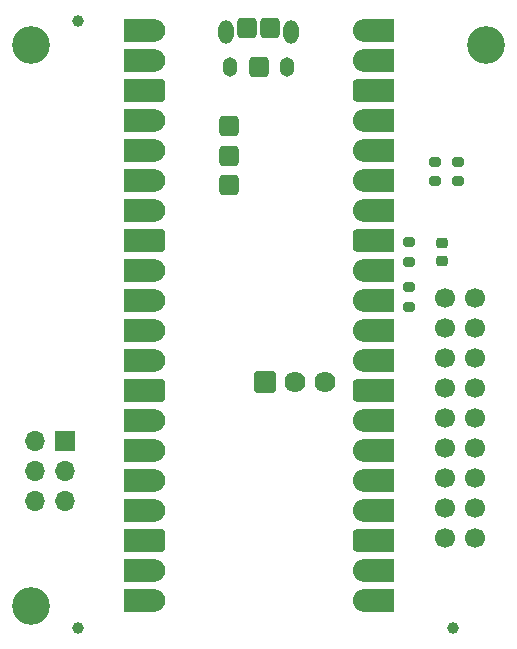
<source format=gts>
G04 #@! TF.GenerationSoftware,KiCad,Pcbnew,8.0.7*
G04 #@! TF.CreationDate,2025-02-13T09:18:49+05:30*
G04 #@! TF.ProjectId,pico_ov7670_adapter,7069636f-5f6f-4763-9736-37305f616461,Ver 1.0*
G04 #@! TF.SameCoordinates,Original*
G04 #@! TF.FileFunction,Soldermask,Top*
G04 #@! TF.FilePolarity,Negative*
%FSLAX46Y46*%
G04 Gerber Fmt 4.6, Leading zero omitted, Abs format (unit mm)*
G04 Created by KiCad (PCBNEW 8.0.7) date 2025-02-13 09:18:49*
%MOMM*%
%LPD*%
G01*
G04 APERTURE LIST*
G04 Aperture macros list*
%AMRoundRect*
0 Rectangle with rounded corners*
0 $1 Rounding radius*
0 $2 $3 $4 $5 $6 $7 $8 $9 X,Y pos of 4 corners*
0 Add a 4 corners polygon primitive as box body*
4,1,4,$2,$3,$4,$5,$6,$7,$8,$9,$2,$3,0*
0 Add four circle primitives for the rounded corners*
1,1,$1+$1,$2,$3*
1,1,$1+$1,$4,$5*
1,1,$1+$1,$6,$7*
1,1,$1+$1,$8,$9*
0 Add four rect primitives between the rounded corners*
20,1,$1+$1,$2,$3,$4,$5,0*
20,1,$1+$1,$4,$5,$6,$7,0*
20,1,$1+$1,$6,$7,$8,$9,0*
20,1,$1+$1,$8,$9,$2,$3,0*%
G04 Aperture macros list end*
%ADD10C,0.010000*%
%ADD11R,1.700000X1.700000*%
%ADD12O,1.700000X1.700000*%
%ADD13RoundRect,0.200000X0.275000X-0.200000X0.275000X0.200000X-0.275000X0.200000X-0.275000X-0.200000X0*%
%ADD14C,3.200000*%
%ADD15C,1.000000*%
%ADD16RoundRect,0.200000X-0.275000X0.200000X-0.275000X-0.200000X0.275000X-0.200000X0.275000X0.200000X0*%
%ADD17RoundRect,0.225000X0.250000X-0.225000X0.250000X0.225000X-0.250000X0.225000X-0.250000X-0.225000X0*%
%ADD18C,1.700000*%
%ADD19O,1.304000X2.004000*%
%ADD20O,1.254000X1.654000*%
%ADD21RoundRect,0.102000X-0.787400X-0.787400X0.787400X-0.787400X0.787400X0.787400X-0.787400X0.787400X0*%
%ADD22C,1.778800*%
%ADD23RoundRect,0.340800X-0.511200X-0.511200X0.511200X-0.511200X0.511200X0.511200X-0.511200X0.511200X0*%
G04 APERTURE END LIST*
D10*
X103657000Y-67101000D02*
X103704000Y-67105000D01*
X103751000Y-67111000D01*
X103797000Y-67120000D01*
X103843000Y-67131000D01*
X103888000Y-67144000D01*
X103933000Y-67160000D01*
X103976000Y-67178000D01*
X104019000Y-67198000D01*
X104060000Y-67221000D01*
X104100000Y-67245000D01*
X104139000Y-67272000D01*
X104176000Y-67301000D01*
X104212000Y-67331000D01*
X104246000Y-67364000D01*
X104279000Y-67398000D01*
X104309000Y-67434000D01*
X104338000Y-67471000D01*
X104365000Y-67510000D01*
X104389000Y-67550000D01*
X104412000Y-67591000D01*
X104432000Y-67634000D01*
X104450000Y-67677000D01*
X104466000Y-67722000D01*
X104479000Y-67767000D01*
X104490000Y-67813000D01*
X104499000Y-67859000D01*
X104505000Y-67906000D01*
X104509000Y-67953000D01*
X104510000Y-68000000D01*
X104509000Y-68047000D01*
X104505000Y-68094000D01*
X104499000Y-68141000D01*
X104490000Y-68187000D01*
X104479000Y-68233000D01*
X104466000Y-68278000D01*
X104450000Y-68323000D01*
X104432000Y-68366000D01*
X104412000Y-68409000D01*
X104389000Y-68450000D01*
X104365000Y-68490000D01*
X104338000Y-68529000D01*
X104309000Y-68566000D01*
X104279000Y-68602000D01*
X104246000Y-68636000D01*
X104212000Y-68669000D01*
X104176000Y-68699000D01*
X104139000Y-68728000D01*
X104100000Y-68755000D01*
X104060000Y-68779000D01*
X104019000Y-68802000D01*
X103976000Y-68822000D01*
X103933000Y-68840000D01*
X103888000Y-68856000D01*
X103843000Y-68869000D01*
X103797000Y-68880000D01*
X103751000Y-68889000D01*
X103704000Y-68895000D01*
X103657000Y-68899000D01*
X103610000Y-68900000D01*
X101110000Y-68900000D01*
X101110000Y-67100000D01*
X103610000Y-67100000D01*
X103657000Y-67101000D01*
G36*
X103657000Y-67101000D02*
G01*
X103704000Y-67105000D01*
X103751000Y-67111000D01*
X103797000Y-67120000D01*
X103843000Y-67131000D01*
X103888000Y-67144000D01*
X103933000Y-67160000D01*
X103976000Y-67178000D01*
X104019000Y-67198000D01*
X104060000Y-67221000D01*
X104100000Y-67245000D01*
X104139000Y-67272000D01*
X104176000Y-67301000D01*
X104212000Y-67331000D01*
X104246000Y-67364000D01*
X104279000Y-67398000D01*
X104309000Y-67434000D01*
X104338000Y-67471000D01*
X104365000Y-67510000D01*
X104389000Y-67550000D01*
X104412000Y-67591000D01*
X104432000Y-67634000D01*
X104450000Y-67677000D01*
X104466000Y-67722000D01*
X104479000Y-67767000D01*
X104490000Y-67813000D01*
X104499000Y-67859000D01*
X104505000Y-67906000D01*
X104509000Y-67953000D01*
X104510000Y-68000000D01*
X104509000Y-68047000D01*
X104505000Y-68094000D01*
X104499000Y-68141000D01*
X104490000Y-68187000D01*
X104479000Y-68233000D01*
X104466000Y-68278000D01*
X104450000Y-68323000D01*
X104432000Y-68366000D01*
X104412000Y-68409000D01*
X104389000Y-68450000D01*
X104365000Y-68490000D01*
X104338000Y-68529000D01*
X104309000Y-68566000D01*
X104279000Y-68602000D01*
X104246000Y-68636000D01*
X104212000Y-68669000D01*
X104176000Y-68699000D01*
X104139000Y-68728000D01*
X104100000Y-68755000D01*
X104060000Y-68779000D01*
X104019000Y-68802000D01*
X103976000Y-68822000D01*
X103933000Y-68840000D01*
X103888000Y-68856000D01*
X103843000Y-68869000D01*
X103797000Y-68880000D01*
X103751000Y-68889000D01*
X103704000Y-68895000D01*
X103657000Y-68899000D01*
X103610000Y-68900000D01*
X101110000Y-68900000D01*
X101110000Y-67100000D01*
X103610000Y-67100000D01*
X103657000Y-67101000D01*
G37*
X103657000Y-69641000D02*
X103704000Y-69645000D01*
X103751000Y-69651000D01*
X103797000Y-69660000D01*
X103843000Y-69671000D01*
X103888000Y-69684000D01*
X103933000Y-69700000D01*
X103976000Y-69718000D01*
X104019000Y-69738000D01*
X104060000Y-69761000D01*
X104100000Y-69785000D01*
X104139000Y-69812000D01*
X104176000Y-69841000D01*
X104212000Y-69871000D01*
X104246000Y-69904000D01*
X104279000Y-69938000D01*
X104309000Y-69974000D01*
X104338000Y-70011000D01*
X104365000Y-70050000D01*
X104389000Y-70090000D01*
X104412000Y-70131000D01*
X104432000Y-70174000D01*
X104450000Y-70217000D01*
X104466000Y-70262000D01*
X104479000Y-70307000D01*
X104490000Y-70353000D01*
X104499000Y-70399000D01*
X104505000Y-70446000D01*
X104509000Y-70493000D01*
X104510000Y-70540000D01*
X104509000Y-70587000D01*
X104505000Y-70634000D01*
X104499000Y-70681000D01*
X104490000Y-70727000D01*
X104479000Y-70773000D01*
X104466000Y-70818000D01*
X104450000Y-70863000D01*
X104432000Y-70906000D01*
X104412000Y-70949000D01*
X104389000Y-70990000D01*
X104365000Y-71030000D01*
X104338000Y-71069000D01*
X104309000Y-71106000D01*
X104279000Y-71142000D01*
X104246000Y-71176000D01*
X104212000Y-71209000D01*
X104176000Y-71239000D01*
X104139000Y-71268000D01*
X104100000Y-71295000D01*
X104060000Y-71319000D01*
X104019000Y-71342000D01*
X103976000Y-71362000D01*
X103933000Y-71380000D01*
X103888000Y-71396000D01*
X103843000Y-71409000D01*
X103797000Y-71420000D01*
X103751000Y-71429000D01*
X103704000Y-71435000D01*
X103657000Y-71439000D01*
X103610000Y-71440000D01*
X101110000Y-71440000D01*
X101110000Y-69640000D01*
X103610000Y-69640000D01*
X103657000Y-69641000D01*
G36*
X103657000Y-69641000D02*
G01*
X103704000Y-69645000D01*
X103751000Y-69651000D01*
X103797000Y-69660000D01*
X103843000Y-69671000D01*
X103888000Y-69684000D01*
X103933000Y-69700000D01*
X103976000Y-69718000D01*
X104019000Y-69738000D01*
X104060000Y-69761000D01*
X104100000Y-69785000D01*
X104139000Y-69812000D01*
X104176000Y-69841000D01*
X104212000Y-69871000D01*
X104246000Y-69904000D01*
X104279000Y-69938000D01*
X104309000Y-69974000D01*
X104338000Y-70011000D01*
X104365000Y-70050000D01*
X104389000Y-70090000D01*
X104412000Y-70131000D01*
X104432000Y-70174000D01*
X104450000Y-70217000D01*
X104466000Y-70262000D01*
X104479000Y-70307000D01*
X104490000Y-70353000D01*
X104499000Y-70399000D01*
X104505000Y-70446000D01*
X104509000Y-70493000D01*
X104510000Y-70540000D01*
X104509000Y-70587000D01*
X104505000Y-70634000D01*
X104499000Y-70681000D01*
X104490000Y-70727000D01*
X104479000Y-70773000D01*
X104466000Y-70818000D01*
X104450000Y-70863000D01*
X104432000Y-70906000D01*
X104412000Y-70949000D01*
X104389000Y-70990000D01*
X104365000Y-71030000D01*
X104338000Y-71069000D01*
X104309000Y-71106000D01*
X104279000Y-71142000D01*
X104246000Y-71176000D01*
X104212000Y-71209000D01*
X104176000Y-71239000D01*
X104139000Y-71268000D01*
X104100000Y-71295000D01*
X104060000Y-71319000D01*
X104019000Y-71342000D01*
X103976000Y-71362000D01*
X103933000Y-71380000D01*
X103888000Y-71396000D01*
X103843000Y-71409000D01*
X103797000Y-71420000D01*
X103751000Y-71429000D01*
X103704000Y-71435000D01*
X103657000Y-71439000D01*
X103610000Y-71440000D01*
X101110000Y-71440000D01*
X101110000Y-69640000D01*
X103610000Y-69640000D01*
X103657000Y-69641000D01*
G37*
X103657000Y-74721000D02*
X103704000Y-74725000D01*
X103751000Y-74731000D01*
X103797000Y-74740000D01*
X103843000Y-74751000D01*
X103888000Y-74764000D01*
X103933000Y-74780000D01*
X103976000Y-74798000D01*
X104019000Y-74818000D01*
X104060000Y-74841000D01*
X104100000Y-74865000D01*
X104139000Y-74892000D01*
X104176000Y-74921000D01*
X104212000Y-74951000D01*
X104246000Y-74984000D01*
X104279000Y-75018000D01*
X104309000Y-75054000D01*
X104338000Y-75091000D01*
X104365000Y-75130000D01*
X104389000Y-75170000D01*
X104412000Y-75211000D01*
X104432000Y-75254000D01*
X104450000Y-75297000D01*
X104466000Y-75342000D01*
X104479000Y-75387000D01*
X104490000Y-75433000D01*
X104499000Y-75479000D01*
X104505000Y-75526000D01*
X104509000Y-75573000D01*
X104510000Y-75620000D01*
X104509000Y-75667000D01*
X104505000Y-75714000D01*
X104499000Y-75761000D01*
X104490000Y-75807000D01*
X104479000Y-75853000D01*
X104466000Y-75898000D01*
X104450000Y-75943000D01*
X104432000Y-75986000D01*
X104412000Y-76029000D01*
X104389000Y-76070000D01*
X104365000Y-76110000D01*
X104338000Y-76149000D01*
X104309000Y-76186000D01*
X104279000Y-76222000D01*
X104246000Y-76256000D01*
X104212000Y-76289000D01*
X104176000Y-76319000D01*
X104139000Y-76348000D01*
X104100000Y-76375000D01*
X104060000Y-76399000D01*
X104019000Y-76422000D01*
X103976000Y-76442000D01*
X103933000Y-76460000D01*
X103888000Y-76476000D01*
X103843000Y-76489000D01*
X103797000Y-76500000D01*
X103751000Y-76509000D01*
X103704000Y-76515000D01*
X103657000Y-76519000D01*
X103610000Y-76520000D01*
X101110000Y-76520000D01*
X101110000Y-74720000D01*
X103610000Y-74720000D01*
X103657000Y-74721000D01*
G36*
X103657000Y-74721000D02*
G01*
X103704000Y-74725000D01*
X103751000Y-74731000D01*
X103797000Y-74740000D01*
X103843000Y-74751000D01*
X103888000Y-74764000D01*
X103933000Y-74780000D01*
X103976000Y-74798000D01*
X104019000Y-74818000D01*
X104060000Y-74841000D01*
X104100000Y-74865000D01*
X104139000Y-74892000D01*
X104176000Y-74921000D01*
X104212000Y-74951000D01*
X104246000Y-74984000D01*
X104279000Y-75018000D01*
X104309000Y-75054000D01*
X104338000Y-75091000D01*
X104365000Y-75130000D01*
X104389000Y-75170000D01*
X104412000Y-75211000D01*
X104432000Y-75254000D01*
X104450000Y-75297000D01*
X104466000Y-75342000D01*
X104479000Y-75387000D01*
X104490000Y-75433000D01*
X104499000Y-75479000D01*
X104505000Y-75526000D01*
X104509000Y-75573000D01*
X104510000Y-75620000D01*
X104509000Y-75667000D01*
X104505000Y-75714000D01*
X104499000Y-75761000D01*
X104490000Y-75807000D01*
X104479000Y-75853000D01*
X104466000Y-75898000D01*
X104450000Y-75943000D01*
X104432000Y-75986000D01*
X104412000Y-76029000D01*
X104389000Y-76070000D01*
X104365000Y-76110000D01*
X104338000Y-76149000D01*
X104309000Y-76186000D01*
X104279000Y-76222000D01*
X104246000Y-76256000D01*
X104212000Y-76289000D01*
X104176000Y-76319000D01*
X104139000Y-76348000D01*
X104100000Y-76375000D01*
X104060000Y-76399000D01*
X104019000Y-76422000D01*
X103976000Y-76442000D01*
X103933000Y-76460000D01*
X103888000Y-76476000D01*
X103843000Y-76489000D01*
X103797000Y-76500000D01*
X103751000Y-76509000D01*
X103704000Y-76515000D01*
X103657000Y-76519000D01*
X103610000Y-76520000D01*
X101110000Y-76520000D01*
X101110000Y-74720000D01*
X103610000Y-74720000D01*
X103657000Y-74721000D01*
G37*
X103657000Y-77261000D02*
X103704000Y-77265000D01*
X103751000Y-77271000D01*
X103797000Y-77280000D01*
X103843000Y-77291000D01*
X103888000Y-77304000D01*
X103933000Y-77320000D01*
X103976000Y-77338000D01*
X104019000Y-77358000D01*
X104060000Y-77381000D01*
X104100000Y-77405000D01*
X104139000Y-77432000D01*
X104176000Y-77461000D01*
X104212000Y-77491000D01*
X104246000Y-77524000D01*
X104279000Y-77558000D01*
X104309000Y-77594000D01*
X104338000Y-77631000D01*
X104365000Y-77670000D01*
X104389000Y-77710000D01*
X104412000Y-77751000D01*
X104432000Y-77794000D01*
X104450000Y-77837000D01*
X104466000Y-77882000D01*
X104479000Y-77927000D01*
X104490000Y-77973000D01*
X104499000Y-78019000D01*
X104505000Y-78066000D01*
X104509000Y-78113000D01*
X104510000Y-78160000D01*
X104509000Y-78207000D01*
X104505000Y-78254000D01*
X104499000Y-78301000D01*
X104490000Y-78347000D01*
X104479000Y-78393000D01*
X104466000Y-78438000D01*
X104450000Y-78483000D01*
X104432000Y-78526000D01*
X104412000Y-78569000D01*
X104389000Y-78610000D01*
X104365000Y-78650000D01*
X104338000Y-78689000D01*
X104309000Y-78726000D01*
X104279000Y-78762000D01*
X104246000Y-78796000D01*
X104212000Y-78829000D01*
X104176000Y-78859000D01*
X104139000Y-78888000D01*
X104100000Y-78915000D01*
X104060000Y-78939000D01*
X104019000Y-78962000D01*
X103976000Y-78982000D01*
X103933000Y-79000000D01*
X103888000Y-79016000D01*
X103843000Y-79029000D01*
X103797000Y-79040000D01*
X103751000Y-79049000D01*
X103704000Y-79055000D01*
X103657000Y-79059000D01*
X103610000Y-79060000D01*
X101110000Y-79060000D01*
X101110000Y-77260000D01*
X103610000Y-77260000D01*
X103657000Y-77261000D01*
G36*
X103657000Y-77261000D02*
G01*
X103704000Y-77265000D01*
X103751000Y-77271000D01*
X103797000Y-77280000D01*
X103843000Y-77291000D01*
X103888000Y-77304000D01*
X103933000Y-77320000D01*
X103976000Y-77338000D01*
X104019000Y-77358000D01*
X104060000Y-77381000D01*
X104100000Y-77405000D01*
X104139000Y-77432000D01*
X104176000Y-77461000D01*
X104212000Y-77491000D01*
X104246000Y-77524000D01*
X104279000Y-77558000D01*
X104309000Y-77594000D01*
X104338000Y-77631000D01*
X104365000Y-77670000D01*
X104389000Y-77710000D01*
X104412000Y-77751000D01*
X104432000Y-77794000D01*
X104450000Y-77837000D01*
X104466000Y-77882000D01*
X104479000Y-77927000D01*
X104490000Y-77973000D01*
X104499000Y-78019000D01*
X104505000Y-78066000D01*
X104509000Y-78113000D01*
X104510000Y-78160000D01*
X104509000Y-78207000D01*
X104505000Y-78254000D01*
X104499000Y-78301000D01*
X104490000Y-78347000D01*
X104479000Y-78393000D01*
X104466000Y-78438000D01*
X104450000Y-78483000D01*
X104432000Y-78526000D01*
X104412000Y-78569000D01*
X104389000Y-78610000D01*
X104365000Y-78650000D01*
X104338000Y-78689000D01*
X104309000Y-78726000D01*
X104279000Y-78762000D01*
X104246000Y-78796000D01*
X104212000Y-78829000D01*
X104176000Y-78859000D01*
X104139000Y-78888000D01*
X104100000Y-78915000D01*
X104060000Y-78939000D01*
X104019000Y-78962000D01*
X103976000Y-78982000D01*
X103933000Y-79000000D01*
X103888000Y-79016000D01*
X103843000Y-79029000D01*
X103797000Y-79040000D01*
X103751000Y-79049000D01*
X103704000Y-79055000D01*
X103657000Y-79059000D01*
X103610000Y-79060000D01*
X101110000Y-79060000D01*
X101110000Y-77260000D01*
X103610000Y-77260000D01*
X103657000Y-77261000D01*
G37*
X103657000Y-79801000D02*
X103704000Y-79805000D01*
X103751000Y-79811000D01*
X103797000Y-79820000D01*
X103843000Y-79831000D01*
X103888000Y-79844000D01*
X103933000Y-79860000D01*
X103976000Y-79878000D01*
X104019000Y-79898000D01*
X104060000Y-79921000D01*
X104100000Y-79945000D01*
X104139000Y-79972000D01*
X104176000Y-80001000D01*
X104212000Y-80031000D01*
X104246000Y-80064000D01*
X104279000Y-80098000D01*
X104309000Y-80134000D01*
X104338000Y-80171000D01*
X104365000Y-80210000D01*
X104389000Y-80250000D01*
X104412000Y-80291000D01*
X104432000Y-80334000D01*
X104450000Y-80377000D01*
X104466000Y-80422000D01*
X104479000Y-80467000D01*
X104490000Y-80513000D01*
X104499000Y-80559000D01*
X104505000Y-80606000D01*
X104509000Y-80653000D01*
X104510000Y-80700000D01*
X104509000Y-80747000D01*
X104505000Y-80794000D01*
X104499000Y-80841000D01*
X104490000Y-80887000D01*
X104479000Y-80933000D01*
X104466000Y-80978000D01*
X104450000Y-81023000D01*
X104432000Y-81066000D01*
X104412000Y-81109000D01*
X104389000Y-81150000D01*
X104365000Y-81190000D01*
X104338000Y-81229000D01*
X104309000Y-81266000D01*
X104279000Y-81302000D01*
X104246000Y-81336000D01*
X104212000Y-81369000D01*
X104176000Y-81399000D01*
X104139000Y-81428000D01*
X104100000Y-81455000D01*
X104060000Y-81479000D01*
X104019000Y-81502000D01*
X103976000Y-81522000D01*
X103933000Y-81540000D01*
X103888000Y-81556000D01*
X103843000Y-81569000D01*
X103797000Y-81580000D01*
X103751000Y-81589000D01*
X103704000Y-81595000D01*
X103657000Y-81599000D01*
X103610000Y-81600000D01*
X101110000Y-81600000D01*
X101110000Y-79800000D01*
X103610000Y-79800000D01*
X103657000Y-79801000D01*
G36*
X103657000Y-79801000D02*
G01*
X103704000Y-79805000D01*
X103751000Y-79811000D01*
X103797000Y-79820000D01*
X103843000Y-79831000D01*
X103888000Y-79844000D01*
X103933000Y-79860000D01*
X103976000Y-79878000D01*
X104019000Y-79898000D01*
X104060000Y-79921000D01*
X104100000Y-79945000D01*
X104139000Y-79972000D01*
X104176000Y-80001000D01*
X104212000Y-80031000D01*
X104246000Y-80064000D01*
X104279000Y-80098000D01*
X104309000Y-80134000D01*
X104338000Y-80171000D01*
X104365000Y-80210000D01*
X104389000Y-80250000D01*
X104412000Y-80291000D01*
X104432000Y-80334000D01*
X104450000Y-80377000D01*
X104466000Y-80422000D01*
X104479000Y-80467000D01*
X104490000Y-80513000D01*
X104499000Y-80559000D01*
X104505000Y-80606000D01*
X104509000Y-80653000D01*
X104510000Y-80700000D01*
X104509000Y-80747000D01*
X104505000Y-80794000D01*
X104499000Y-80841000D01*
X104490000Y-80887000D01*
X104479000Y-80933000D01*
X104466000Y-80978000D01*
X104450000Y-81023000D01*
X104432000Y-81066000D01*
X104412000Y-81109000D01*
X104389000Y-81150000D01*
X104365000Y-81190000D01*
X104338000Y-81229000D01*
X104309000Y-81266000D01*
X104279000Y-81302000D01*
X104246000Y-81336000D01*
X104212000Y-81369000D01*
X104176000Y-81399000D01*
X104139000Y-81428000D01*
X104100000Y-81455000D01*
X104060000Y-81479000D01*
X104019000Y-81502000D01*
X103976000Y-81522000D01*
X103933000Y-81540000D01*
X103888000Y-81556000D01*
X103843000Y-81569000D01*
X103797000Y-81580000D01*
X103751000Y-81589000D01*
X103704000Y-81595000D01*
X103657000Y-81599000D01*
X103610000Y-81600000D01*
X101110000Y-81600000D01*
X101110000Y-79800000D01*
X103610000Y-79800000D01*
X103657000Y-79801000D01*
G37*
X103657000Y-82341000D02*
X103704000Y-82345000D01*
X103751000Y-82351000D01*
X103797000Y-82360000D01*
X103843000Y-82371000D01*
X103888000Y-82384000D01*
X103933000Y-82400000D01*
X103976000Y-82418000D01*
X104019000Y-82438000D01*
X104060000Y-82461000D01*
X104100000Y-82485000D01*
X104139000Y-82512000D01*
X104176000Y-82541000D01*
X104212000Y-82571000D01*
X104246000Y-82604000D01*
X104279000Y-82638000D01*
X104309000Y-82674000D01*
X104338000Y-82711000D01*
X104365000Y-82750000D01*
X104389000Y-82790000D01*
X104412000Y-82831000D01*
X104432000Y-82874000D01*
X104450000Y-82917000D01*
X104466000Y-82962000D01*
X104479000Y-83007000D01*
X104490000Y-83053000D01*
X104499000Y-83099000D01*
X104505000Y-83146000D01*
X104509000Y-83193000D01*
X104510000Y-83240000D01*
X104509000Y-83287000D01*
X104505000Y-83334000D01*
X104499000Y-83381000D01*
X104490000Y-83427000D01*
X104479000Y-83473000D01*
X104466000Y-83518000D01*
X104450000Y-83563000D01*
X104432000Y-83606000D01*
X104412000Y-83649000D01*
X104389000Y-83690000D01*
X104365000Y-83730000D01*
X104338000Y-83769000D01*
X104309000Y-83806000D01*
X104279000Y-83842000D01*
X104246000Y-83876000D01*
X104212000Y-83909000D01*
X104176000Y-83939000D01*
X104139000Y-83968000D01*
X104100000Y-83995000D01*
X104060000Y-84019000D01*
X104019000Y-84042000D01*
X103976000Y-84062000D01*
X103933000Y-84080000D01*
X103888000Y-84096000D01*
X103843000Y-84109000D01*
X103797000Y-84120000D01*
X103751000Y-84129000D01*
X103704000Y-84135000D01*
X103657000Y-84139000D01*
X103610000Y-84140000D01*
X101110000Y-84140000D01*
X101110000Y-82340000D01*
X103610000Y-82340000D01*
X103657000Y-82341000D01*
G36*
X103657000Y-82341000D02*
G01*
X103704000Y-82345000D01*
X103751000Y-82351000D01*
X103797000Y-82360000D01*
X103843000Y-82371000D01*
X103888000Y-82384000D01*
X103933000Y-82400000D01*
X103976000Y-82418000D01*
X104019000Y-82438000D01*
X104060000Y-82461000D01*
X104100000Y-82485000D01*
X104139000Y-82512000D01*
X104176000Y-82541000D01*
X104212000Y-82571000D01*
X104246000Y-82604000D01*
X104279000Y-82638000D01*
X104309000Y-82674000D01*
X104338000Y-82711000D01*
X104365000Y-82750000D01*
X104389000Y-82790000D01*
X104412000Y-82831000D01*
X104432000Y-82874000D01*
X104450000Y-82917000D01*
X104466000Y-82962000D01*
X104479000Y-83007000D01*
X104490000Y-83053000D01*
X104499000Y-83099000D01*
X104505000Y-83146000D01*
X104509000Y-83193000D01*
X104510000Y-83240000D01*
X104509000Y-83287000D01*
X104505000Y-83334000D01*
X104499000Y-83381000D01*
X104490000Y-83427000D01*
X104479000Y-83473000D01*
X104466000Y-83518000D01*
X104450000Y-83563000D01*
X104432000Y-83606000D01*
X104412000Y-83649000D01*
X104389000Y-83690000D01*
X104365000Y-83730000D01*
X104338000Y-83769000D01*
X104309000Y-83806000D01*
X104279000Y-83842000D01*
X104246000Y-83876000D01*
X104212000Y-83909000D01*
X104176000Y-83939000D01*
X104139000Y-83968000D01*
X104100000Y-83995000D01*
X104060000Y-84019000D01*
X104019000Y-84042000D01*
X103976000Y-84062000D01*
X103933000Y-84080000D01*
X103888000Y-84096000D01*
X103843000Y-84109000D01*
X103797000Y-84120000D01*
X103751000Y-84129000D01*
X103704000Y-84135000D01*
X103657000Y-84139000D01*
X103610000Y-84140000D01*
X101110000Y-84140000D01*
X101110000Y-82340000D01*
X103610000Y-82340000D01*
X103657000Y-82341000D01*
G37*
X103657000Y-87421000D02*
X103704000Y-87425000D01*
X103751000Y-87431000D01*
X103797000Y-87440000D01*
X103843000Y-87451000D01*
X103888000Y-87464000D01*
X103933000Y-87480000D01*
X103976000Y-87498000D01*
X104019000Y-87518000D01*
X104060000Y-87541000D01*
X104100000Y-87565000D01*
X104139000Y-87592000D01*
X104176000Y-87621000D01*
X104212000Y-87651000D01*
X104246000Y-87684000D01*
X104279000Y-87718000D01*
X104309000Y-87754000D01*
X104338000Y-87791000D01*
X104365000Y-87830000D01*
X104389000Y-87870000D01*
X104412000Y-87911000D01*
X104432000Y-87954000D01*
X104450000Y-87997000D01*
X104466000Y-88042000D01*
X104479000Y-88087000D01*
X104490000Y-88133000D01*
X104499000Y-88179000D01*
X104505000Y-88226000D01*
X104509000Y-88273000D01*
X104510000Y-88320000D01*
X104509000Y-88367000D01*
X104505000Y-88414000D01*
X104499000Y-88461000D01*
X104490000Y-88507000D01*
X104479000Y-88553000D01*
X104466000Y-88598000D01*
X104450000Y-88643000D01*
X104432000Y-88686000D01*
X104412000Y-88729000D01*
X104389000Y-88770000D01*
X104365000Y-88810000D01*
X104338000Y-88849000D01*
X104309000Y-88886000D01*
X104279000Y-88922000D01*
X104246000Y-88956000D01*
X104212000Y-88989000D01*
X104176000Y-89019000D01*
X104139000Y-89048000D01*
X104100000Y-89075000D01*
X104060000Y-89099000D01*
X104019000Y-89122000D01*
X103976000Y-89142000D01*
X103933000Y-89160000D01*
X103888000Y-89176000D01*
X103843000Y-89189000D01*
X103797000Y-89200000D01*
X103751000Y-89209000D01*
X103704000Y-89215000D01*
X103657000Y-89219000D01*
X103610000Y-89220000D01*
X101110000Y-89220000D01*
X101110000Y-87420000D01*
X103610000Y-87420000D01*
X103657000Y-87421000D01*
G36*
X103657000Y-87421000D02*
G01*
X103704000Y-87425000D01*
X103751000Y-87431000D01*
X103797000Y-87440000D01*
X103843000Y-87451000D01*
X103888000Y-87464000D01*
X103933000Y-87480000D01*
X103976000Y-87498000D01*
X104019000Y-87518000D01*
X104060000Y-87541000D01*
X104100000Y-87565000D01*
X104139000Y-87592000D01*
X104176000Y-87621000D01*
X104212000Y-87651000D01*
X104246000Y-87684000D01*
X104279000Y-87718000D01*
X104309000Y-87754000D01*
X104338000Y-87791000D01*
X104365000Y-87830000D01*
X104389000Y-87870000D01*
X104412000Y-87911000D01*
X104432000Y-87954000D01*
X104450000Y-87997000D01*
X104466000Y-88042000D01*
X104479000Y-88087000D01*
X104490000Y-88133000D01*
X104499000Y-88179000D01*
X104505000Y-88226000D01*
X104509000Y-88273000D01*
X104510000Y-88320000D01*
X104509000Y-88367000D01*
X104505000Y-88414000D01*
X104499000Y-88461000D01*
X104490000Y-88507000D01*
X104479000Y-88553000D01*
X104466000Y-88598000D01*
X104450000Y-88643000D01*
X104432000Y-88686000D01*
X104412000Y-88729000D01*
X104389000Y-88770000D01*
X104365000Y-88810000D01*
X104338000Y-88849000D01*
X104309000Y-88886000D01*
X104279000Y-88922000D01*
X104246000Y-88956000D01*
X104212000Y-88989000D01*
X104176000Y-89019000D01*
X104139000Y-89048000D01*
X104100000Y-89075000D01*
X104060000Y-89099000D01*
X104019000Y-89122000D01*
X103976000Y-89142000D01*
X103933000Y-89160000D01*
X103888000Y-89176000D01*
X103843000Y-89189000D01*
X103797000Y-89200000D01*
X103751000Y-89209000D01*
X103704000Y-89215000D01*
X103657000Y-89219000D01*
X103610000Y-89220000D01*
X101110000Y-89220000D01*
X101110000Y-87420000D01*
X103610000Y-87420000D01*
X103657000Y-87421000D01*
G37*
X103657000Y-89961000D02*
X103704000Y-89965000D01*
X103751000Y-89971000D01*
X103797000Y-89980000D01*
X103843000Y-89991000D01*
X103888000Y-90004000D01*
X103933000Y-90020000D01*
X103976000Y-90038000D01*
X104019000Y-90058000D01*
X104060000Y-90081000D01*
X104100000Y-90105000D01*
X104139000Y-90132000D01*
X104176000Y-90161000D01*
X104212000Y-90191000D01*
X104246000Y-90224000D01*
X104279000Y-90258000D01*
X104309000Y-90294000D01*
X104338000Y-90331000D01*
X104365000Y-90370000D01*
X104389000Y-90410000D01*
X104412000Y-90451000D01*
X104432000Y-90494000D01*
X104450000Y-90537000D01*
X104466000Y-90582000D01*
X104479000Y-90627000D01*
X104490000Y-90673000D01*
X104499000Y-90719000D01*
X104505000Y-90766000D01*
X104509000Y-90813000D01*
X104510000Y-90860000D01*
X104509000Y-90907000D01*
X104505000Y-90954000D01*
X104499000Y-91001000D01*
X104490000Y-91047000D01*
X104479000Y-91093000D01*
X104466000Y-91138000D01*
X104450000Y-91183000D01*
X104432000Y-91226000D01*
X104412000Y-91269000D01*
X104389000Y-91310000D01*
X104365000Y-91350000D01*
X104338000Y-91389000D01*
X104309000Y-91426000D01*
X104279000Y-91462000D01*
X104246000Y-91496000D01*
X104212000Y-91529000D01*
X104176000Y-91559000D01*
X104139000Y-91588000D01*
X104100000Y-91615000D01*
X104060000Y-91639000D01*
X104019000Y-91662000D01*
X103976000Y-91682000D01*
X103933000Y-91700000D01*
X103888000Y-91716000D01*
X103843000Y-91729000D01*
X103797000Y-91740000D01*
X103751000Y-91749000D01*
X103704000Y-91755000D01*
X103657000Y-91759000D01*
X103610000Y-91760000D01*
X101110000Y-91760000D01*
X101110000Y-89960000D01*
X103610000Y-89960000D01*
X103657000Y-89961000D01*
G36*
X103657000Y-89961000D02*
G01*
X103704000Y-89965000D01*
X103751000Y-89971000D01*
X103797000Y-89980000D01*
X103843000Y-89991000D01*
X103888000Y-90004000D01*
X103933000Y-90020000D01*
X103976000Y-90038000D01*
X104019000Y-90058000D01*
X104060000Y-90081000D01*
X104100000Y-90105000D01*
X104139000Y-90132000D01*
X104176000Y-90161000D01*
X104212000Y-90191000D01*
X104246000Y-90224000D01*
X104279000Y-90258000D01*
X104309000Y-90294000D01*
X104338000Y-90331000D01*
X104365000Y-90370000D01*
X104389000Y-90410000D01*
X104412000Y-90451000D01*
X104432000Y-90494000D01*
X104450000Y-90537000D01*
X104466000Y-90582000D01*
X104479000Y-90627000D01*
X104490000Y-90673000D01*
X104499000Y-90719000D01*
X104505000Y-90766000D01*
X104509000Y-90813000D01*
X104510000Y-90860000D01*
X104509000Y-90907000D01*
X104505000Y-90954000D01*
X104499000Y-91001000D01*
X104490000Y-91047000D01*
X104479000Y-91093000D01*
X104466000Y-91138000D01*
X104450000Y-91183000D01*
X104432000Y-91226000D01*
X104412000Y-91269000D01*
X104389000Y-91310000D01*
X104365000Y-91350000D01*
X104338000Y-91389000D01*
X104309000Y-91426000D01*
X104279000Y-91462000D01*
X104246000Y-91496000D01*
X104212000Y-91529000D01*
X104176000Y-91559000D01*
X104139000Y-91588000D01*
X104100000Y-91615000D01*
X104060000Y-91639000D01*
X104019000Y-91662000D01*
X103976000Y-91682000D01*
X103933000Y-91700000D01*
X103888000Y-91716000D01*
X103843000Y-91729000D01*
X103797000Y-91740000D01*
X103751000Y-91749000D01*
X103704000Y-91755000D01*
X103657000Y-91759000D01*
X103610000Y-91760000D01*
X101110000Y-91760000D01*
X101110000Y-89960000D01*
X103610000Y-89960000D01*
X103657000Y-89961000D01*
G37*
X103657000Y-92501000D02*
X103704000Y-92505000D01*
X103751000Y-92511000D01*
X103797000Y-92520000D01*
X103843000Y-92531000D01*
X103888000Y-92544000D01*
X103933000Y-92560000D01*
X103976000Y-92578000D01*
X104019000Y-92598000D01*
X104060000Y-92621000D01*
X104100000Y-92645000D01*
X104139000Y-92672000D01*
X104176000Y-92701000D01*
X104212000Y-92731000D01*
X104246000Y-92764000D01*
X104279000Y-92798000D01*
X104309000Y-92834000D01*
X104338000Y-92871000D01*
X104365000Y-92910000D01*
X104389000Y-92950000D01*
X104412000Y-92991000D01*
X104432000Y-93034000D01*
X104450000Y-93077000D01*
X104466000Y-93122000D01*
X104479000Y-93167000D01*
X104490000Y-93213000D01*
X104499000Y-93259000D01*
X104505000Y-93306000D01*
X104509000Y-93353000D01*
X104510000Y-93400000D01*
X104509000Y-93447000D01*
X104505000Y-93494000D01*
X104499000Y-93541000D01*
X104490000Y-93587000D01*
X104479000Y-93633000D01*
X104466000Y-93678000D01*
X104450000Y-93723000D01*
X104432000Y-93766000D01*
X104412000Y-93809000D01*
X104389000Y-93850000D01*
X104365000Y-93890000D01*
X104338000Y-93929000D01*
X104309000Y-93966000D01*
X104279000Y-94002000D01*
X104246000Y-94036000D01*
X104212000Y-94069000D01*
X104176000Y-94099000D01*
X104139000Y-94128000D01*
X104100000Y-94155000D01*
X104060000Y-94179000D01*
X104019000Y-94202000D01*
X103976000Y-94222000D01*
X103933000Y-94240000D01*
X103888000Y-94256000D01*
X103843000Y-94269000D01*
X103797000Y-94280000D01*
X103751000Y-94289000D01*
X103704000Y-94295000D01*
X103657000Y-94299000D01*
X103610000Y-94300000D01*
X101110000Y-94300000D01*
X101110000Y-92500000D01*
X103610000Y-92500000D01*
X103657000Y-92501000D01*
G36*
X103657000Y-92501000D02*
G01*
X103704000Y-92505000D01*
X103751000Y-92511000D01*
X103797000Y-92520000D01*
X103843000Y-92531000D01*
X103888000Y-92544000D01*
X103933000Y-92560000D01*
X103976000Y-92578000D01*
X104019000Y-92598000D01*
X104060000Y-92621000D01*
X104100000Y-92645000D01*
X104139000Y-92672000D01*
X104176000Y-92701000D01*
X104212000Y-92731000D01*
X104246000Y-92764000D01*
X104279000Y-92798000D01*
X104309000Y-92834000D01*
X104338000Y-92871000D01*
X104365000Y-92910000D01*
X104389000Y-92950000D01*
X104412000Y-92991000D01*
X104432000Y-93034000D01*
X104450000Y-93077000D01*
X104466000Y-93122000D01*
X104479000Y-93167000D01*
X104490000Y-93213000D01*
X104499000Y-93259000D01*
X104505000Y-93306000D01*
X104509000Y-93353000D01*
X104510000Y-93400000D01*
X104509000Y-93447000D01*
X104505000Y-93494000D01*
X104499000Y-93541000D01*
X104490000Y-93587000D01*
X104479000Y-93633000D01*
X104466000Y-93678000D01*
X104450000Y-93723000D01*
X104432000Y-93766000D01*
X104412000Y-93809000D01*
X104389000Y-93850000D01*
X104365000Y-93890000D01*
X104338000Y-93929000D01*
X104309000Y-93966000D01*
X104279000Y-94002000D01*
X104246000Y-94036000D01*
X104212000Y-94069000D01*
X104176000Y-94099000D01*
X104139000Y-94128000D01*
X104100000Y-94155000D01*
X104060000Y-94179000D01*
X104019000Y-94202000D01*
X103976000Y-94222000D01*
X103933000Y-94240000D01*
X103888000Y-94256000D01*
X103843000Y-94269000D01*
X103797000Y-94280000D01*
X103751000Y-94289000D01*
X103704000Y-94295000D01*
X103657000Y-94299000D01*
X103610000Y-94300000D01*
X101110000Y-94300000D01*
X101110000Y-92500000D01*
X103610000Y-92500000D01*
X103657000Y-92501000D01*
G37*
X103657000Y-95041000D02*
X103704000Y-95045000D01*
X103751000Y-95051000D01*
X103797000Y-95060000D01*
X103843000Y-95071000D01*
X103888000Y-95084000D01*
X103933000Y-95100000D01*
X103976000Y-95118000D01*
X104019000Y-95138000D01*
X104060000Y-95161000D01*
X104100000Y-95185000D01*
X104139000Y-95212000D01*
X104176000Y-95241000D01*
X104212000Y-95271000D01*
X104246000Y-95304000D01*
X104279000Y-95338000D01*
X104309000Y-95374000D01*
X104338000Y-95411000D01*
X104365000Y-95450000D01*
X104389000Y-95490000D01*
X104412000Y-95531000D01*
X104432000Y-95574000D01*
X104450000Y-95617000D01*
X104466000Y-95662000D01*
X104479000Y-95707000D01*
X104490000Y-95753000D01*
X104499000Y-95799000D01*
X104505000Y-95846000D01*
X104509000Y-95893000D01*
X104510000Y-95940000D01*
X104509000Y-95987000D01*
X104505000Y-96034000D01*
X104499000Y-96081000D01*
X104490000Y-96127000D01*
X104479000Y-96173000D01*
X104466000Y-96218000D01*
X104450000Y-96263000D01*
X104432000Y-96306000D01*
X104412000Y-96349000D01*
X104389000Y-96390000D01*
X104365000Y-96430000D01*
X104338000Y-96469000D01*
X104309000Y-96506000D01*
X104279000Y-96542000D01*
X104246000Y-96576000D01*
X104212000Y-96609000D01*
X104176000Y-96639000D01*
X104139000Y-96668000D01*
X104100000Y-96695000D01*
X104060000Y-96719000D01*
X104019000Y-96742000D01*
X103976000Y-96762000D01*
X103933000Y-96780000D01*
X103888000Y-96796000D01*
X103843000Y-96809000D01*
X103797000Y-96820000D01*
X103751000Y-96829000D01*
X103704000Y-96835000D01*
X103657000Y-96839000D01*
X103610000Y-96840000D01*
X101110000Y-96840000D01*
X101110000Y-95040000D01*
X103610000Y-95040000D01*
X103657000Y-95041000D01*
G36*
X103657000Y-95041000D02*
G01*
X103704000Y-95045000D01*
X103751000Y-95051000D01*
X103797000Y-95060000D01*
X103843000Y-95071000D01*
X103888000Y-95084000D01*
X103933000Y-95100000D01*
X103976000Y-95118000D01*
X104019000Y-95138000D01*
X104060000Y-95161000D01*
X104100000Y-95185000D01*
X104139000Y-95212000D01*
X104176000Y-95241000D01*
X104212000Y-95271000D01*
X104246000Y-95304000D01*
X104279000Y-95338000D01*
X104309000Y-95374000D01*
X104338000Y-95411000D01*
X104365000Y-95450000D01*
X104389000Y-95490000D01*
X104412000Y-95531000D01*
X104432000Y-95574000D01*
X104450000Y-95617000D01*
X104466000Y-95662000D01*
X104479000Y-95707000D01*
X104490000Y-95753000D01*
X104499000Y-95799000D01*
X104505000Y-95846000D01*
X104509000Y-95893000D01*
X104510000Y-95940000D01*
X104509000Y-95987000D01*
X104505000Y-96034000D01*
X104499000Y-96081000D01*
X104490000Y-96127000D01*
X104479000Y-96173000D01*
X104466000Y-96218000D01*
X104450000Y-96263000D01*
X104432000Y-96306000D01*
X104412000Y-96349000D01*
X104389000Y-96390000D01*
X104365000Y-96430000D01*
X104338000Y-96469000D01*
X104309000Y-96506000D01*
X104279000Y-96542000D01*
X104246000Y-96576000D01*
X104212000Y-96609000D01*
X104176000Y-96639000D01*
X104139000Y-96668000D01*
X104100000Y-96695000D01*
X104060000Y-96719000D01*
X104019000Y-96742000D01*
X103976000Y-96762000D01*
X103933000Y-96780000D01*
X103888000Y-96796000D01*
X103843000Y-96809000D01*
X103797000Y-96820000D01*
X103751000Y-96829000D01*
X103704000Y-96835000D01*
X103657000Y-96839000D01*
X103610000Y-96840000D01*
X101110000Y-96840000D01*
X101110000Y-95040000D01*
X103610000Y-95040000D01*
X103657000Y-95041000D01*
G37*
X103657000Y-100121000D02*
X103704000Y-100125000D01*
X103751000Y-100131000D01*
X103797000Y-100140000D01*
X103843000Y-100151000D01*
X103888000Y-100164000D01*
X103933000Y-100180000D01*
X103976000Y-100198000D01*
X104019000Y-100218000D01*
X104060000Y-100241000D01*
X104100000Y-100265000D01*
X104139000Y-100292000D01*
X104176000Y-100321000D01*
X104212000Y-100351000D01*
X104246000Y-100384000D01*
X104279000Y-100418000D01*
X104309000Y-100454000D01*
X104338000Y-100491000D01*
X104365000Y-100530000D01*
X104389000Y-100570000D01*
X104412000Y-100611000D01*
X104432000Y-100654000D01*
X104450000Y-100697000D01*
X104466000Y-100742000D01*
X104479000Y-100787000D01*
X104490000Y-100833000D01*
X104499000Y-100879000D01*
X104505000Y-100926000D01*
X104509000Y-100973000D01*
X104510000Y-101020000D01*
X104509000Y-101067000D01*
X104505000Y-101114000D01*
X104499000Y-101161000D01*
X104490000Y-101207000D01*
X104479000Y-101253000D01*
X104466000Y-101298000D01*
X104450000Y-101343000D01*
X104432000Y-101386000D01*
X104412000Y-101429000D01*
X104389000Y-101470000D01*
X104365000Y-101510000D01*
X104338000Y-101549000D01*
X104309000Y-101586000D01*
X104279000Y-101622000D01*
X104246000Y-101656000D01*
X104212000Y-101689000D01*
X104176000Y-101719000D01*
X104139000Y-101748000D01*
X104100000Y-101775000D01*
X104060000Y-101799000D01*
X104019000Y-101822000D01*
X103976000Y-101842000D01*
X103933000Y-101860000D01*
X103888000Y-101876000D01*
X103843000Y-101889000D01*
X103797000Y-101900000D01*
X103751000Y-101909000D01*
X103704000Y-101915000D01*
X103657000Y-101919000D01*
X103610000Y-101920000D01*
X101110000Y-101920000D01*
X101110000Y-100120000D01*
X103610000Y-100120000D01*
X103657000Y-100121000D01*
G36*
X103657000Y-100121000D02*
G01*
X103704000Y-100125000D01*
X103751000Y-100131000D01*
X103797000Y-100140000D01*
X103843000Y-100151000D01*
X103888000Y-100164000D01*
X103933000Y-100180000D01*
X103976000Y-100198000D01*
X104019000Y-100218000D01*
X104060000Y-100241000D01*
X104100000Y-100265000D01*
X104139000Y-100292000D01*
X104176000Y-100321000D01*
X104212000Y-100351000D01*
X104246000Y-100384000D01*
X104279000Y-100418000D01*
X104309000Y-100454000D01*
X104338000Y-100491000D01*
X104365000Y-100530000D01*
X104389000Y-100570000D01*
X104412000Y-100611000D01*
X104432000Y-100654000D01*
X104450000Y-100697000D01*
X104466000Y-100742000D01*
X104479000Y-100787000D01*
X104490000Y-100833000D01*
X104499000Y-100879000D01*
X104505000Y-100926000D01*
X104509000Y-100973000D01*
X104510000Y-101020000D01*
X104509000Y-101067000D01*
X104505000Y-101114000D01*
X104499000Y-101161000D01*
X104490000Y-101207000D01*
X104479000Y-101253000D01*
X104466000Y-101298000D01*
X104450000Y-101343000D01*
X104432000Y-101386000D01*
X104412000Y-101429000D01*
X104389000Y-101470000D01*
X104365000Y-101510000D01*
X104338000Y-101549000D01*
X104309000Y-101586000D01*
X104279000Y-101622000D01*
X104246000Y-101656000D01*
X104212000Y-101689000D01*
X104176000Y-101719000D01*
X104139000Y-101748000D01*
X104100000Y-101775000D01*
X104060000Y-101799000D01*
X104019000Y-101822000D01*
X103976000Y-101842000D01*
X103933000Y-101860000D01*
X103888000Y-101876000D01*
X103843000Y-101889000D01*
X103797000Y-101900000D01*
X103751000Y-101909000D01*
X103704000Y-101915000D01*
X103657000Y-101919000D01*
X103610000Y-101920000D01*
X101110000Y-101920000D01*
X101110000Y-100120000D01*
X103610000Y-100120000D01*
X103657000Y-100121000D01*
G37*
X103657000Y-102661000D02*
X103704000Y-102665000D01*
X103751000Y-102671000D01*
X103797000Y-102680000D01*
X103843000Y-102691000D01*
X103888000Y-102704000D01*
X103933000Y-102720000D01*
X103976000Y-102738000D01*
X104019000Y-102758000D01*
X104060000Y-102781000D01*
X104100000Y-102805000D01*
X104139000Y-102832000D01*
X104176000Y-102861000D01*
X104212000Y-102891000D01*
X104246000Y-102924000D01*
X104279000Y-102958000D01*
X104309000Y-102994000D01*
X104338000Y-103031000D01*
X104365000Y-103070000D01*
X104389000Y-103110000D01*
X104412000Y-103151000D01*
X104432000Y-103194000D01*
X104450000Y-103237000D01*
X104466000Y-103282000D01*
X104479000Y-103327000D01*
X104490000Y-103373000D01*
X104499000Y-103419000D01*
X104505000Y-103466000D01*
X104509000Y-103513000D01*
X104510000Y-103560000D01*
X104509000Y-103607000D01*
X104505000Y-103654000D01*
X104499000Y-103701000D01*
X104490000Y-103747000D01*
X104479000Y-103793000D01*
X104466000Y-103838000D01*
X104450000Y-103883000D01*
X104432000Y-103926000D01*
X104412000Y-103969000D01*
X104389000Y-104010000D01*
X104365000Y-104050000D01*
X104338000Y-104089000D01*
X104309000Y-104126000D01*
X104279000Y-104162000D01*
X104246000Y-104196000D01*
X104212000Y-104229000D01*
X104176000Y-104259000D01*
X104139000Y-104288000D01*
X104100000Y-104315000D01*
X104060000Y-104339000D01*
X104019000Y-104362000D01*
X103976000Y-104382000D01*
X103933000Y-104400000D01*
X103888000Y-104416000D01*
X103843000Y-104429000D01*
X103797000Y-104440000D01*
X103751000Y-104449000D01*
X103704000Y-104455000D01*
X103657000Y-104459000D01*
X103610000Y-104460000D01*
X101110000Y-104460000D01*
X101110000Y-102660000D01*
X103610000Y-102660000D01*
X103657000Y-102661000D01*
G36*
X103657000Y-102661000D02*
G01*
X103704000Y-102665000D01*
X103751000Y-102671000D01*
X103797000Y-102680000D01*
X103843000Y-102691000D01*
X103888000Y-102704000D01*
X103933000Y-102720000D01*
X103976000Y-102738000D01*
X104019000Y-102758000D01*
X104060000Y-102781000D01*
X104100000Y-102805000D01*
X104139000Y-102832000D01*
X104176000Y-102861000D01*
X104212000Y-102891000D01*
X104246000Y-102924000D01*
X104279000Y-102958000D01*
X104309000Y-102994000D01*
X104338000Y-103031000D01*
X104365000Y-103070000D01*
X104389000Y-103110000D01*
X104412000Y-103151000D01*
X104432000Y-103194000D01*
X104450000Y-103237000D01*
X104466000Y-103282000D01*
X104479000Y-103327000D01*
X104490000Y-103373000D01*
X104499000Y-103419000D01*
X104505000Y-103466000D01*
X104509000Y-103513000D01*
X104510000Y-103560000D01*
X104509000Y-103607000D01*
X104505000Y-103654000D01*
X104499000Y-103701000D01*
X104490000Y-103747000D01*
X104479000Y-103793000D01*
X104466000Y-103838000D01*
X104450000Y-103883000D01*
X104432000Y-103926000D01*
X104412000Y-103969000D01*
X104389000Y-104010000D01*
X104365000Y-104050000D01*
X104338000Y-104089000D01*
X104309000Y-104126000D01*
X104279000Y-104162000D01*
X104246000Y-104196000D01*
X104212000Y-104229000D01*
X104176000Y-104259000D01*
X104139000Y-104288000D01*
X104100000Y-104315000D01*
X104060000Y-104339000D01*
X104019000Y-104362000D01*
X103976000Y-104382000D01*
X103933000Y-104400000D01*
X103888000Y-104416000D01*
X103843000Y-104429000D01*
X103797000Y-104440000D01*
X103751000Y-104449000D01*
X103704000Y-104455000D01*
X103657000Y-104459000D01*
X103610000Y-104460000D01*
X101110000Y-104460000D01*
X101110000Y-102660000D01*
X103610000Y-102660000D01*
X103657000Y-102661000D01*
G37*
X103657000Y-105201000D02*
X103704000Y-105205000D01*
X103751000Y-105211000D01*
X103797000Y-105220000D01*
X103843000Y-105231000D01*
X103888000Y-105244000D01*
X103933000Y-105260000D01*
X103976000Y-105278000D01*
X104019000Y-105298000D01*
X104060000Y-105321000D01*
X104100000Y-105345000D01*
X104139000Y-105372000D01*
X104176000Y-105401000D01*
X104212000Y-105431000D01*
X104246000Y-105464000D01*
X104279000Y-105498000D01*
X104309000Y-105534000D01*
X104338000Y-105571000D01*
X104365000Y-105610000D01*
X104389000Y-105650000D01*
X104412000Y-105691000D01*
X104432000Y-105734000D01*
X104450000Y-105777000D01*
X104466000Y-105822000D01*
X104479000Y-105867000D01*
X104490000Y-105913000D01*
X104499000Y-105959000D01*
X104505000Y-106006000D01*
X104509000Y-106053000D01*
X104510000Y-106100000D01*
X104509000Y-106147000D01*
X104505000Y-106194000D01*
X104499000Y-106241000D01*
X104490000Y-106287000D01*
X104479000Y-106333000D01*
X104466000Y-106378000D01*
X104450000Y-106423000D01*
X104432000Y-106466000D01*
X104412000Y-106509000D01*
X104389000Y-106550000D01*
X104365000Y-106590000D01*
X104338000Y-106629000D01*
X104309000Y-106666000D01*
X104279000Y-106702000D01*
X104246000Y-106736000D01*
X104212000Y-106769000D01*
X104176000Y-106799000D01*
X104139000Y-106828000D01*
X104100000Y-106855000D01*
X104060000Y-106879000D01*
X104019000Y-106902000D01*
X103976000Y-106922000D01*
X103933000Y-106940000D01*
X103888000Y-106956000D01*
X103843000Y-106969000D01*
X103797000Y-106980000D01*
X103751000Y-106989000D01*
X103704000Y-106995000D01*
X103657000Y-106999000D01*
X103610000Y-107000000D01*
X101110000Y-107000000D01*
X101110000Y-105200000D01*
X103610000Y-105200000D01*
X103657000Y-105201000D01*
G36*
X103657000Y-105201000D02*
G01*
X103704000Y-105205000D01*
X103751000Y-105211000D01*
X103797000Y-105220000D01*
X103843000Y-105231000D01*
X103888000Y-105244000D01*
X103933000Y-105260000D01*
X103976000Y-105278000D01*
X104019000Y-105298000D01*
X104060000Y-105321000D01*
X104100000Y-105345000D01*
X104139000Y-105372000D01*
X104176000Y-105401000D01*
X104212000Y-105431000D01*
X104246000Y-105464000D01*
X104279000Y-105498000D01*
X104309000Y-105534000D01*
X104338000Y-105571000D01*
X104365000Y-105610000D01*
X104389000Y-105650000D01*
X104412000Y-105691000D01*
X104432000Y-105734000D01*
X104450000Y-105777000D01*
X104466000Y-105822000D01*
X104479000Y-105867000D01*
X104490000Y-105913000D01*
X104499000Y-105959000D01*
X104505000Y-106006000D01*
X104509000Y-106053000D01*
X104510000Y-106100000D01*
X104509000Y-106147000D01*
X104505000Y-106194000D01*
X104499000Y-106241000D01*
X104490000Y-106287000D01*
X104479000Y-106333000D01*
X104466000Y-106378000D01*
X104450000Y-106423000D01*
X104432000Y-106466000D01*
X104412000Y-106509000D01*
X104389000Y-106550000D01*
X104365000Y-106590000D01*
X104338000Y-106629000D01*
X104309000Y-106666000D01*
X104279000Y-106702000D01*
X104246000Y-106736000D01*
X104212000Y-106769000D01*
X104176000Y-106799000D01*
X104139000Y-106828000D01*
X104100000Y-106855000D01*
X104060000Y-106879000D01*
X104019000Y-106902000D01*
X103976000Y-106922000D01*
X103933000Y-106940000D01*
X103888000Y-106956000D01*
X103843000Y-106969000D01*
X103797000Y-106980000D01*
X103751000Y-106989000D01*
X103704000Y-106995000D01*
X103657000Y-106999000D01*
X103610000Y-107000000D01*
X101110000Y-107000000D01*
X101110000Y-105200000D01*
X103610000Y-105200000D01*
X103657000Y-105201000D01*
G37*
X103657000Y-107741000D02*
X103704000Y-107745000D01*
X103751000Y-107751000D01*
X103797000Y-107760000D01*
X103843000Y-107771000D01*
X103888000Y-107784000D01*
X103933000Y-107800000D01*
X103976000Y-107818000D01*
X104019000Y-107838000D01*
X104060000Y-107861000D01*
X104100000Y-107885000D01*
X104139000Y-107912000D01*
X104176000Y-107941000D01*
X104212000Y-107971000D01*
X104246000Y-108004000D01*
X104279000Y-108038000D01*
X104309000Y-108074000D01*
X104338000Y-108111000D01*
X104365000Y-108150000D01*
X104389000Y-108190000D01*
X104412000Y-108231000D01*
X104432000Y-108274000D01*
X104450000Y-108317000D01*
X104466000Y-108362000D01*
X104479000Y-108407000D01*
X104490000Y-108453000D01*
X104499000Y-108499000D01*
X104505000Y-108546000D01*
X104509000Y-108593000D01*
X104510000Y-108640000D01*
X104509000Y-108687000D01*
X104505000Y-108734000D01*
X104499000Y-108781000D01*
X104490000Y-108827000D01*
X104479000Y-108873000D01*
X104466000Y-108918000D01*
X104450000Y-108963000D01*
X104432000Y-109006000D01*
X104412000Y-109049000D01*
X104389000Y-109090000D01*
X104365000Y-109130000D01*
X104338000Y-109169000D01*
X104309000Y-109206000D01*
X104279000Y-109242000D01*
X104246000Y-109276000D01*
X104212000Y-109309000D01*
X104176000Y-109339000D01*
X104139000Y-109368000D01*
X104100000Y-109395000D01*
X104060000Y-109419000D01*
X104019000Y-109442000D01*
X103976000Y-109462000D01*
X103933000Y-109480000D01*
X103888000Y-109496000D01*
X103843000Y-109509000D01*
X103797000Y-109520000D01*
X103751000Y-109529000D01*
X103704000Y-109535000D01*
X103657000Y-109539000D01*
X103610000Y-109540000D01*
X101110000Y-109540000D01*
X101110000Y-107740000D01*
X103610000Y-107740000D01*
X103657000Y-107741000D01*
G36*
X103657000Y-107741000D02*
G01*
X103704000Y-107745000D01*
X103751000Y-107751000D01*
X103797000Y-107760000D01*
X103843000Y-107771000D01*
X103888000Y-107784000D01*
X103933000Y-107800000D01*
X103976000Y-107818000D01*
X104019000Y-107838000D01*
X104060000Y-107861000D01*
X104100000Y-107885000D01*
X104139000Y-107912000D01*
X104176000Y-107941000D01*
X104212000Y-107971000D01*
X104246000Y-108004000D01*
X104279000Y-108038000D01*
X104309000Y-108074000D01*
X104338000Y-108111000D01*
X104365000Y-108150000D01*
X104389000Y-108190000D01*
X104412000Y-108231000D01*
X104432000Y-108274000D01*
X104450000Y-108317000D01*
X104466000Y-108362000D01*
X104479000Y-108407000D01*
X104490000Y-108453000D01*
X104499000Y-108499000D01*
X104505000Y-108546000D01*
X104509000Y-108593000D01*
X104510000Y-108640000D01*
X104509000Y-108687000D01*
X104505000Y-108734000D01*
X104499000Y-108781000D01*
X104490000Y-108827000D01*
X104479000Y-108873000D01*
X104466000Y-108918000D01*
X104450000Y-108963000D01*
X104432000Y-109006000D01*
X104412000Y-109049000D01*
X104389000Y-109090000D01*
X104365000Y-109130000D01*
X104338000Y-109169000D01*
X104309000Y-109206000D01*
X104279000Y-109242000D01*
X104246000Y-109276000D01*
X104212000Y-109309000D01*
X104176000Y-109339000D01*
X104139000Y-109368000D01*
X104100000Y-109395000D01*
X104060000Y-109419000D01*
X104019000Y-109442000D01*
X103976000Y-109462000D01*
X103933000Y-109480000D01*
X103888000Y-109496000D01*
X103843000Y-109509000D01*
X103797000Y-109520000D01*
X103751000Y-109529000D01*
X103704000Y-109535000D01*
X103657000Y-109539000D01*
X103610000Y-109540000D01*
X101110000Y-109540000D01*
X101110000Y-107740000D01*
X103610000Y-107740000D01*
X103657000Y-107741000D01*
G37*
X103657000Y-112821000D02*
X103704000Y-112825000D01*
X103751000Y-112831000D01*
X103797000Y-112840000D01*
X103843000Y-112851000D01*
X103888000Y-112864000D01*
X103933000Y-112880000D01*
X103976000Y-112898000D01*
X104019000Y-112918000D01*
X104060000Y-112941000D01*
X104100000Y-112965000D01*
X104139000Y-112992000D01*
X104176000Y-113021000D01*
X104212000Y-113051000D01*
X104246000Y-113084000D01*
X104279000Y-113118000D01*
X104309000Y-113154000D01*
X104338000Y-113191000D01*
X104365000Y-113230000D01*
X104389000Y-113270000D01*
X104412000Y-113311000D01*
X104432000Y-113354000D01*
X104450000Y-113397000D01*
X104466000Y-113442000D01*
X104479000Y-113487000D01*
X104490000Y-113533000D01*
X104499000Y-113579000D01*
X104505000Y-113626000D01*
X104509000Y-113673000D01*
X104510000Y-113720000D01*
X104509000Y-113767000D01*
X104505000Y-113814000D01*
X104499000Y-113861000D01*
X104490000Y-113907000D01*
X104479000Y-113953000D01*
X104466000Y-113998000D01*
X104450000Y-114043000D01*
X104432000Y-114086000D01*
X104412000Y-114129000D01*
X104389000Y-114170000D01*
X104365000Y-114210000D01*
X104338000Y-114249000D01*
X104309000Y-114286000D01*
X104279000Y-114322000D01*
X104246000Y-114356000D01*
X104212000Y-114389000D01*
X104176000Y-114419000D01*
X104139000Y-114448000D01*
X104100000Y-114475000D01*
X104060000Y-114499000D01*
X104019000Y-114522000D01*
X103976000Y-114542000D01*
X103933000Y-114560000D01*
X103888000Y-114576000D01*
X103843000Y-114589000D01*
X103797000Y-114600000D01*
X103751000Y-114609000D01*
X103704000Y-114615000D01*
X103657000Y-114619000D01*
X103610000Y-114620000D01*
X101110000Y-114620000D01*
X101110000Y-112820000D01*
X103610000Y-112820000D01*
X103657000Y-112821000D01*
G36*
X103657000Y-112821000D02*
G01*
X103704000Y-112825000D01*
X103751000Y-112831000D01*
X103797000Y-112840000D01*
X103843000Y-112851000D01*
X103888000Y-112864000D01*
X103933000Y-112880000D01*
X103976000Y-112898000D01*
X104019000Y-112918000D01*
X104060000Y-112941000D01*
X104100000Y-112965000D01*
X104139000Y-112992000D01*
X104176000Y-113021000D01*
X104212000Y-113051000D01*
X104246000Y-113084000D01*
X104279000Y-113118000D01*
X104309000Y-113154000D01*
X104338000Y-113191000D01*
X104365000Y-113230000D01*
X104389000Y-113270000D01*
X104412000Y-113311000D01*
X104432000Y-113354000D01*
X104450000Y-113397000D01*
X104466000Y-113442000D01*
X104479000Y-113487000D01*
X104490000Y-113533000D01*
X104499000Y-113579000D01*
X104505000Y-113626000D01*
X104509000Y-113673000D01*
X104510000Y-113720000D01*
X104509000Y-113767000D01*
X104505000Y-113814000D01*
X104499000Y-113861000D01*
X104490000Y-113907000D01*
X104479000Y-113953000D01*
X104466000Y-113998000D01*
X104450000Y-114043000D01*
X104432000Y-114086000D01*
X104412000Y-114129000D01*
X104389000Y-114170000D01*
X104365000Y-114210000D01*
X104338000Y-114249000D01*
X104309000Y-114286000D01*
X104279000Y-114322000D01*
X104246000Y-114356000D01*
X104212000Y-114389000D01*
X104176000Y-114419000D01*
X104139000Y-114448000D01*
X104100000Y-114475000D01*
X104060000Y-114499000D01*
X104019000Y-114522000D01*
X103976000Y-114542000D01*
X103933000Y-114560000D01*
X103888000Y-114576000D01*
X103843000Y-114589000D01*
X103797000Y-114600000D01*
X103751000Y-114609000D01*
X103704000Y-114615000D01*
X103657000Y-114619000D01*
X103610000Y-114620000D01*
X101110000Y-114620000D01*
X101110000Y-112820000D01*
X103610000Y-112820000D01*
X103657000Y-112821000D01*
G37*
X103657000Y-115361000D02*
X103704000Y-115365000D01*
X103751000Y-115371000D01*
X103797000Y-115380000D01*
X103843000Y-115391000D01*
X103888000Y-115404000D01*
X103933000Y-115420000D01*
X103976000Y-115438000D01*
X104019000Y-115458000D01*
X104060000Y-115481000D01*
X104100000Y-115505000D01*
X104139000Y-115532000D01*
X104176000Y-115561000D01*
X104212000Y-115591000D01*
X104246000Y-115624000D01*
X104279000Y-115658000D01*
X104309000Y-115694000D01*
X104338000Y-115731000D01*
X104365000Y-115770000D01*
X104389000Y-115810000D01*
X104412000Y-115851000D01*
X104432000Y-115894000D01*
X104450000Y-115937000D01*
X104466000Y-115982000D01*
X104479000Y-116027000D01*
X104490000Y-116073000D01*
X104499000Y-116119000D01*
X104505000Y-116166000D01*
X104509000Y-116213000D01*
X104510000Y-116260000D01*
X104509000Y-116307000D01*
X104505000Y-116354000D01*
X104499000Y-116401000D01*
X104490000Y-116447000D01*
X104479000Y-116493000D01*
X104466000Y-116538000D01*
X104450000Y-116583000D01*
X104432000Y-116626000D01*
X104412000Y-116669000D01*
X104389000Y-116710000D01*
X104365000Y-116750000D01*
X104338000Y-116789000D01*
X104309000Y-116826000D01*
X104279000Y-116862000D01*
X104246000Y-116896000D01*
X104212000Y-116929000D01*
X104176000Y-116959000D01*
X104139000Y-116988000D01*
X104100000Y-117015000D01*
X104060000Y-117039000D01*
X104019000Y-117062000D01*
X103976000Y-117082000D01*
X103933000Y-117100000D01*
X103888000Y-117116000D01*
X103843000Y-117129000D01*
X103797000Y-117140000D01*
X103751000Y-117149000D01*
X103704000Y-117155000D01*
X103657000Y-117159000D01*
X103610000Y-117160000D01*
X101110000Y-117160000D01*
X101110000Y-115360000D01*
X103610000Y-115360000D01*
X103657000Y-115361000D01*
G36*
X103657000Y-115361000D02*
G01*
X103704000Y-115365000D01*
X103751000Y-115371000D01*
X103797000Y-115380000D01*
X103843000Y-115391000D01*
X103888000Y-115404000D01*
X103933000Y-115420000D01*
X103976000Y-115438000D01*
X104019000Y-115458000D01*
X104060000Y-115481000D01*
X104100000Y-115505000D01*
X104139000Y-115532000D01*
X104176000Y-115561000D01*
X104212000Y-115591000D01*
X104246000Y-115624000D01*
X104279000Y-115658000D01*
X104309000Y-115694000D01*
X104338000Y-115731000D01*
X104365000Y-115770000D01*
X104389000Y-115810000D01*
X104412000Y-115851000D01*
X104432000Y-115894000D01*
X104450000Y-115937000D01*
X104466000Y-115982000D01*
X104479000Y-116027000D01*
X104490000Y-116073000D01*
X104499000Y-116119000D01*
X104505000Y-116166000D01*
X104509000Y-116213000D01*
X104510000Y-116260000D01*
X104509000Y-116307000D01*
X104505000Y-116354000D01*
X104499000Y-116401000D01*
X104490000Y-116447000D01*
X104479000Y-116493000D01*
X104466000Y-116538000D01*
X104450000Y-116583000D01*
X104432000Y-116626000D01*
X104412000Y-116669000D01*
X104389000Y-116710000D01*
X104365000Y-116750000D01*
X104338000Y-116789000D01*
X104309000Y-116826000D01*
X104279000Y-116862000D01*
X104246000Y-116896000D01*
X104212000Y-116929000D01*
X104176000Y-116959000D01*
X104139000Y-116988000D01*
X104100000Y-117015000D01*
X104060000Y-117039000D01*
X104019000Y-117062000D01*
X103976000Y-117082000D01*
X103933000Y-117100000D01*
X103888000Y-117116000D01*
X103843000Y-117129000D01*
X103797000Y-117140000D01*
X103751000Y-117149000D01*
X103704000Y-117155000D01*
X103657000Y-117159000D01*
X103610000Y-117160000D01*
X101110000Y-117160000D01*
X101110000Y-115360000D01*
X103610000Y-115360000D01*
X103657000Y-115361000D01*
G37*
X123890000Y-68900000D02*
X121390000Y-68900000D01*
X121343000Y-68899000D01*
X121296000Y-68895000D01*
X121249000Y-68889000D01*
X121203000Y-68880000D01*
X121157000Y-68869000D01*
X121112000Y-68856000D01*
X121067000Y-68840000D01*
X121024000Y-68822000D01*
X120981000Y-68802000D01*
X120940000Y-68779000D01*
X120900000Y-68755000D01*
X120861000Y-68728000D01*
X120824000Y-68699000D01*
X120788000Y-68669000D01*
X120754000Y-68636000D01*
X120721000Y-68602000D01*
X120691000Y-68566000D01*
X120662000Y-68529000D01*
X120635000Y-68490000D01*
X120611000Y-68450000D01*
X120588000Y-68409000D01*
X120568000Y-68366000D01*
X120550000Y-68323000D01*
X120534000Y-68278000D01*
X120521000Y-68233000D01*
X120510000Y-68187000D01*
X120501000Y-68141000D01*
X120495000Y-68094000D01*
X120491000Y-68047000D01*
X120490000Y-68000000D01*
X120491000Y-67953000D01*
X120495000Y-67906000D01*
X120501000Y-67859000D01*
X120510000Y-67813000D01*
X120521000Y-67767000D01*
X120534000Y-67722000D01*
X120550000Y-67677000D01*
X120568000Y-67634000D01*
X120588000Y-67591000D01*
X120611000Y-67550000D01*
X120635000Y-67510000D01*
X120662000Y-67471000D01*
X120691000Y-67434000D01*
X120721000Y-67398000D01*
X120754000Y-67364000D01*
X120788000Y-67331000D01*
X120824000Y-67301000D01*
X120861000Y-67272000D01*
X120900000Y-67245000D01*
X120940000Y-67221000D01*
X120981000Y-67198000D01*
X121024000Y-67178000D01*
X121067000Y-67160000D01*
X121112000Y-67144000D01*
X121157000Y-67131000D01*
X121203000Y-67120000D01*
X121249000Y-67111000D01*
X121296000Y-67105000D01*
X121343000Y-67101000D01*
X121390000Y-67100000D01*
X123890000Y-67100000D01*
X123890000Y-68900000D01*
G36*
X123890000Y-68900000D02*
G01*
X121390000Y-68900000D01*
X121343000Y-68899000D01*
X121296000Y-68895000D01*
X121249000Y-68889000D01*
X121203000Y-68880000D01*
X121157000Y-68869000D01*
X121112000Y-68856000D01*
X121067000Y-68840000D01*
X121024000Y-68822000D01*
X120981000Y-68802000D01*
X120940000Y-68779000D01*
X120900000Y-68755000D01*
X120861000Y-68728000D01*
X120824000Y-68699000D01*
X120788000Y-68669000D01*
X120754000Y-68636000D01*
X120721000Y-68602000D01*
X120691000Y-68566000D01*
X120662000Y-68529000D01*
X120635000Y-68490000D01*
X120611000Y-68450000D01*
X120588000Y-68409000D01*
X120568000Y-68366000D01*
X120550000Y-68323000D01*
X120534000Y-68278000D01*
X120521000Y-68233000D01*
X120510000Y-68187000D01*
X120501000Y-68141000D01*
X120495000Y-68094000D01*
X120491000Y-68047000D01*
X120490000Y-68000000D01*
X120491000Y-67953000D01*
X120495000Y-67906000D01*
X120501000Y-67859000D01*
X120510000Y-67813000D01*
X120521000Y-67767000D01*
X120534000Y-67722000D01*
X120550000Y-67677000D01*
X120568000Y-67634000D01*
X120588000Y-67591000D01*
X120611000Y-67550000D01*
X120635000Y-67510000D01*
X120662000Y-67471000D01*
X120691000Y-67434000D01*
X120721000Y-67398000D01*
X120754000Y-67364000D01*
X120788000Y-67331000D01*
X120824000Y-67301000D01*
X120861000Y-67272000D01*
X120900000Y-67245000D01*
X120940000Y-67221000D01*
X120981000Y-67198000D01*
X121024000Y-67178000D01*
X121067000Y-67160000D01*
X121112000Y-67144000D01*
X121157000Y-67131000D01*
X121203000Y-67120000D01*
X121249000Y-67111000D01*
X121296000Y-67105000D01*
X121343000Y-67101000D01*
X121390000Y-67100000D01*
X123890000Y-67100000D01*
X123890000Y-68900000D01*
G37*
X123890000Y-71440000D02*
X121390000Y-71440000D01*
X121343000Y-71439000D01*
X121296000Y-71435000D01*
X121249000Y-71429000D01*
X121203000Y-71420000D01*
X121157000Y-71409000D01*
X121112000Y-71396000D01*
X121067000Y-71380000D01*
X121024000Y-71362000D01*
X120981000Y-71342000D01*
X120940000Y-71319000D01*
X120900000Y-71295000D01*
X120861000Y-71268000D01*
X120824000Y-71239000D01*
X120788000Y-71209000D01*
X120754000Y-71176000D01*
X120721000Y-71142000D01*
X120691000Y-71106000D01*
X120662000Y-71069000D01*
X120635000Y-71030000D01*
X120611000Y-70990000D01*
X120588000Y-70949000D01*
X120568000Y-70906000D01*
X120550000Y-70863000D01*
X120534000Y-70818000D01*
X120521000Y-70773000D01*
X120510000Y-70727000D01*
X120501000Y-70681000D01*
X120495000Y-70634000D01*
X120491000Y-70587000D01*
X120490000Y-70540000D01*
X120491000Y-70493000D01*
X120495000Y-70446000D01*
X120501000Y-70399000D01*
X120510000Y-70353000D01*
X120521000Y-70307000D01*
X120534000Y-70262000D01*
X120550000Y-70217000D01*
X120568000Y-70174000D01*
X120588000Y-70131000D01*
X120611000Y-70090000D01*
X120635000Y-70050000D01*
X120662000Y-70011000D01*
X120691000Y-69974000D01*
X120721000Y-69938000D01*
X120754000Y-69904000D01*
X120788000Y-69871000D01*
X120824000Y-69841000D01*
X120861000Y-69812000D01*
X120900000Y-69785000D01*
X120940000Y-69761000D01*
X120981000Y-69738000D01*
X121024000Y-69718000D01*
X121067000Y-69700000D01*
X121112000Y-69684000D01*
X121157000Y-69671000D01*
X121203000Y-69660000D01*
X121249000Y-69651000D01*
X121296000Y-69645000D01*
X121343000Y-69641000D01*
X121390000Y-69640000D01*
X123890000Y-69640000D01*
X123890000Y-71440000D01*
G36*
X123890000Y-71440000D02*
G01*
X121390000Y-71440000D01*
X121343000Y-71439000D01*
X121296000Y-71435000D01*
X121249000Y-71429000D01*
X121203000Y-71420000D01*
X121157000Y-71409000D01*
X121112000Y-71396000D01*
X121067000Y-71380000D01*
X121024000Y-71362000D01*
X120981000Y-71342000D01*
X120940000Y-71319000D01*
X120900000Y-71295000D01*
X120861000Y-71268000D01*
X120824000Y-71239000D01*
X120788000Y-71209000D01*
X120754000Y-71176000D01*
X120721000Y-71142000D01*
X120691000Y-71106000D01*
X120662000Y-71069000D01*
X120635000Y-71030000D01*
X120611000Y-70990000D01*
X120588000Y-70949000D01*
X120568000Y-70906000D01*
X120550000Y-70863000D01*
X120534000Y-70818000D01*
X120521000Y-70773000D01*
X120510000Y-70727000D01*
X120501000Y-70681000D01*
X120495000Y-70634000D01*
X120491000Y-70587000D01*
X120490000Y-70540000D01*
X120491000Y-70493000D01*
X120495000Y-70446000D01*
X120501000Y-70399000D01*
X120510000Y-70353000D01*
X120521000Y-70307000D01*
X120534000Y-70262000D01*
X120550000Y-70217000D01*
X120568000Y-70174000D01*
X120588000Y-70131000D01*
X120611000Y-70090000D01*
X120635000Y-70050000D01*
X120662000Y-70011000D01*
X120691000Y-69974000D01*
X120721000Y-69938000D01*
X120754000Y-69904000D01*
X120788000Y-69871000D01*
X120824000Y-69841000D01*
X120861000Y-69812000D01*
X120900000Y-69785000D01*
X120940000Y-69761000D01*
X120981000Y-69738000D01*
X121024000Y-69718000D01*
X121067000Y-69700000D01*
X121112000Y-69684000D01*
X121157000Y-69671000D01*
X121203000Y-69660000D01*
X121249000Y-69651000D01*
X121296000Y-69645000D01*
X121343000Y-69641000D01*
X121390000Y-69640000D01*
X123890000Y-69640000D01*
X123890000Y-71440000D01*
G37*
X123890000Y-76520000D02*
X121390000Y-76520000D01*
X121343000Y-76519000D01*
X121296000Y-76515000D01*
X121249000Y-76509000D01*
X121203000Y-76500000D01*
X121157000Y-76489000D01*
X121112000Y-76476000D01*
X121067000Y-76460000D01*
X121024000Y-76442000D01*
X120981000Y-76422000D01*
X120940000Y-76399000D01*
X120900000Y-76375000D01*
X120861000Y-76348000D01*
X120824000Y-76319000D01*
X120788000Y-76289000D01*
X120754000Y-76256000D01*
X120721000Y-76222000D01*
X120691000Y-76186000D01*
X120662000Y-76149000D01*
X120635000Y-76110000D01*
X120611000Y-76070000D01*
X120588000Y-76029000D01*
X120568000Y-75986000D01*
X120550000Y-75943000D01*
X120534000Y-75898000D01*
X120521000Y-75853000D01*
X120510000Y-75807000D01*
X120501000Y-75761000D01*
X120495000Y-75714000D01*
X120491000Y-75667000D01*
X120490000Y-75620000D01*
X120491000Y-75573000D01*
X120495000Y-75526000D01*
X120501000Y-75479000D01*
X120510000Y-75433000D01*
X120521000Y-75387000D01*
X120534000Y-75342000D01*
X120550000Y-75297000D01*
X120568000Y-75254000D01*
X120588000Y-75211000D01*
X120611000Y-75170000D01*
X120635000Y-75130000D01*
X120662000Y-75091000D01*
X120691000Y-75054000D01*
X120721000Y-75018000D01*
X120754000Y-74984000D01*
X120788000Y-74951000D01*
X120824000Y-74921000D01*
X120861000Y-74892000D01*
X120900000Y-74865000D01*
X120940000Y-74841000D01*
X120981000Y-74818000D01*
X121024000Y-74798000D01*
X121067000Y-74780000D01*
X121112000Y-74764000D01*
X121157000Y-74751000D01*
X121203000Y-74740000D01*
X121249000Y-74731000D01*
X121296000Y-74725000D01*
X121343000Y-74721000D01*
X121390000Y-74720000D01*
X123890000Y-74720000D01*
X123890000Y-76520000D01*
G36*
X123890000Y-76520000D02*
G01*
X121390000Y-76520000D01*
X121343000Y-76519000D01*
X121296000Y-76515000D01*
X121249000Y-76509000D01*
X121203000Y-76500000D01*
X121157000Y-76489000D01*
X121112000Y-76476000D01*
X121067000Y-76460000D01*
X121024000Y-76442000D01*
X120981000Y-76422000D01*
X120940000Y-76399000D01*
X120900000Y-76375000D01*
X120861000Y-76348000D01*
X120824000Y-76319000D01*
X120788000Y-76289000D01*
X120754000Y-76256000D01*
X120721000Y-76222000D01*
X120691000Y-76186000D01*
X120662000Y-76149000D01*
X120635000Y-76110000D01*
X120611000Y-76070000D01*
X120588000Y-76029000D01*
X120568000Y-75986000D01*
X120550000Y-75943000D01*
X120534000Y-75898000D01*
X120521000Y-75853000D01*
X120510000Y-75807000D01*
X120501000Y-75761000D01*
X120495000Y-75714000D01*
X120491000Y-75667000D01*
X120490000Y-75620000D01*
X120491000Y-75573000D01*
X120495000Y-75526000D01*
X120501000Y-75479000D01*
X120510000Y-75433000D01*
X120521000Y-75387000D01*
X120534000Y-75342000D01*
X120550000Y-75297000D01*
X120568000Y-75254000D01*
X120588000Y-75211000D01*
X120611000Y-75170000D01*
X120635000Y-75130000D01*
X120662000Y-75091000D01*
X120691000Y-75054000D01*
X120721000Y-75018000D01*
X120754000Y-74984000D01*
X120788000Y-74951000D01*
X120824000Y-74921000D01*
X120861000Y-74892000D01*
X120900000Y-74865000D01*
X120940000Y-74841000D01*
X120981000Y-74818000D01*
X121024000Y-74798000D01*
X121067000Y-74780000D01*
X121112000Y-74764000D01*
X121157000Y-74751000D01*
X121203000Y-74740000D01*
X121249000Y-74731000D01*
X121296000Y-74725000D01*
X121343000Y-74721000D01*
X121390000Y-74720000D01*
X123890000Y-74720000D01*
X123890000Y-76520000D01*
G37*
X123890000Y-79060000D02*
X121390000Y-79060000D01*
X121343000Y-79059000D01*
X121296000Y-79055000D01*
X121249000Y-79049000D01*
X121203000Y-79040000D01*
X121157000Y-79029000D01*
X121112000Y-79016000D01*
X121067000Y-79000000D01*
X121024000Y-78982000D01*
X120981000Y-78962000D01*
X120940000Y-78939000D01*
X120900000Y-78915000D01*
X120861000Y-78888000D01*
X120824000Y-78859000D01*
X120788000Y-78829000D01*
X120754000Y-78796000D01*
X120721000Y-78762000D01*
X120691000Y-78726000D01*
X120662000Y-78689000D01*
X120635000Y-78650000D01*
X120611000Y-78610000D01*
X120588000Y-78569000D01*
X120568000Y-78526000D01*
X120550000Y-78483000D01*
X120534000Y-78438000D01*
X120521000Y-78393000D01*
X120510000Y-78347000D01*
X120501000Y-78301000D01*
X120495000Y-78254000D01*
X120491000Y-78207000D01*
X120490000Y-78160000D01*
X120491000Y-78113000D01*
X120495000Y-78066000D01*
X120501000Y-78019000D01*
X120510000Y-77973000D01*
X120521000Y-77927000D01*
X120534000Y-77882000D01*
X120550000Y-77837000D01*
X120568000Y-77794000D01*
X120588000Y-77751000D01*
X120611000Y-77710000D01*
X120635000Y-77670000D01*
X120662000Y-77631000D01*
X120691000Y-77594000D01*
X120721000Y-77558000D01*
X120754000Y-77524000D01*
X120788000Y-77491000D01*
X120824000Y-77461000D01*
X120861000Y-77432000D01*
X120900000Y-77405000D01*
X120940000Y-77381000D01*
X120981000Y-77358000D01*
X121024000Y-77338000D01*
X121067000Y-77320000D01*
X121112000Y-77304000D01*
X121157000Y-77291000D01*
X121203000Y-77280000D01*
X121249000Y-77271000D01*
X121296000Y-77265000D01*
X121343000Y-77261000D01*
X121390000Y-77260000D01*
X123890000Y-77260000D01*
X123890000Y-79060000D01*
G36*
X123890000Y-79060000D02*
G01*
X121390000Y-79060000D01*
X121343000Y-79059000D01*
X121296000Y-79055000D01*
X121249000Y-79049000D01*
X121203000Y-79040000D01*
X121157000Y-79029000D01*
X121112000Y-79016000D01*
X121067000Y-79000000D01*
X121024000Y-78982000D01*
X120981000Y-78962000D01*
X120940000Y-78939000D01*
X120900000Y-78915000D01*
X120861000Y-78888000D01*
X120824000Y-78859000D01*
X120788000Y-78829000D01*
X120754000Y-78796000D01*
X120721000Y-78762000D01*
X120691000Y-78726000D01*
X120662000Y-78689000D01*
X120635000Y-78650000D01*
X120611000Y-78610000D01*
X120588000Y-78569000D01*
X120568000Y-78526000D01*
X120550000Y-78483000D01*
X120534000Y-78438000D01*
X120521000Y-78393000D01*
X120510000Y-78347000D01*
X120501000Y-78301000D01*
X120495000Y-78254000D01*
X120491000Y-78207000D01*
X120490000Y-78160000D01*
X120491000Y-78113000D01*
X120495000Y-78066000D01*
X120501000Y-78019000D01*
X120510000Y-77973000D01*
X120521000Y-77927000D01*
X120534000Y-77882000D01*
X120550000Y-77837000D01*
X120568000Y-77794000D01*
X120588000Y-77751000D01*
X120611000Y-77710000D01*
X120635000Y-77670000D01*
X120662000Y-77631000D01*
X120691000Y-77594000D01*
X120721000Y-77558000D01*
X120754000Y-77524000D01*
X120788000Y-77491000D01*
X120824000Y-77461000D01*
X120861000Y-77432000D01*
X120900000Y-77405000D01*
X120940000Y-77381000D01*
X120981000Y-77358000D01*
X121024000Y-77338000D01*
X121067000Y-77320000D01*
X121112000Y-77304000D01*
X121157000Y-77291000D01*
X121203000Y-77280000D01*
X121249000Y-77271000D01*
X121296000Y-77265000D01*
X121343000Y-77261000D01*
X121390000Y-77260000D01*
X123890000Y-77260000D01*
X123890000Y-79060000D01*
G37*
X123890000Y-81600000D02*
X121390000Y-81600000D01*
X121343000Y-81599000D01*
X121296000Y-81595000D01*
X121249000Y-81589000D01*
X121203000Y-81580000D01*
X121157000Y-81569000D01*
X121112000Y-81556000D01*
X121067000Y-81540000D01*
X121024000Y-81522000D01*
X120981000Y-81502000D01*
X120940000Y-81479000D01*
X120900000Y-81455000D01*
X120861000Y-81428000D01*
X120824000Y-81399000D01*
X120788000Y-81369000D01*
X120754000Y-81336000D01*
X120721000Y-81302000D01*
X120691000Y-81266000D01*
X120662000Y-81229000D01*
X120635000Y-81190000D01*
X120611000Y-81150000D01*
X120588000Y-81109000D01*
X120568000Y-81066000D01*
X120550000Y-81023000D01*
X120534000Y-80978000D01*
X120521000Y-80933000D01*
X120510000Y-80887000D01*
X120501000Y-80841000D01*
X120495000Y-80794000D01*
X120491000Y-80747000D01*
X120490000Y-80700000D01*
X120491000Y-80653000D01*
X120495000Y-80606000D01*
X120501000Y-80559000D01*
X120510000Y-80513000D01*
X120521000Y-80467000D01*
X120534000Y-80422000D01*
X120550000Y-80377000D01*
X120568000Y-80334000D01*
X120588000Y-80291000D01*
X120611000Y-80250000D01*
X120635000Y-80210000D01*
X120662000Y-80171000D01*
X120691000Y-80134000D01*
X120721000Y-80098000D01*
X120754000Y-80064000D01*
X120788000Y-80031000D01*
X120824000Y-80001000D01*
X120861000Y-79972000D01*
X120900000Y-79945000D01*
X120940000Y-79921000D01*
X120981000Y-79898000D01*
X121024000Y-79878000D01*
X121067000Y-79860000D01*
X121112000Y-79844000D01*
X121157000Y-79831000D01*
X121203000Y-79820000D01*
X121249000Y-79811000D01*
X121296000Y-79805000D01*
X121343000Y-79801000D01*
X121390000Y-79800000D01*
X123890000Y-79800000D01*
X123890000Y-81600000D01*
G36*
X123890000Y-81600000D02*
G01*
X121390000Y-81600000D01*
X121343000Y-81599000D01*
X121296000Y-81595000D01*
X121249000Y-81589000D01*
X121203000Y-81580000D01*
X121157000Y-81569000D01*
X121112000Y-81556000D01*
X121067000Y-81540000D01*
X121024000Y-81522000D01*
X120981000Y-81502000D01*
X120940000Y-81479000D01*
X120900000Y-81455000D01*
X120861000Y-81428000D01*
X120824000Y-81399000D01*
X120788000Y-81369000D01*
X120754000Y-81336000D01*
X120721000Y-81302000D01*
X120691000Y-81266000D01*
X120662000Y-81229000D01*
X120635000Y-81190000D01*
X120611000Y-81150000D01*
X120588000Y-81109000D01*
X120568000Y-81066000D01*
X120550000Y-81023000D01*
X120534000Y-80978000D01*
X120521000Y-80933000D01*
X120510000Y-80887000D01*
X120501000Y-80841000D01*
X120495000Y-80794000D01*
X120491000Y-80747000D01*
X120490000Y-80700000D01*
X120491000Y-80653000D01*
X120495000Y-80606000D01*
X120501000Y-80559000D01*
X120510000Y-80513000D01*
X120521000Y-80467000D01*
X120534000Y-80422000D01*
X120550000Y-80377000D01*
X120568000Y-80334000D01*
X120588000Y-80291000D01*
X120611000Y-80250000D01*
X120635000Y-80210000D01*
X120662000Y-80171000D01*
X120691000Y-80134000D01*
X120721000Y-80098000D01*
X120754000Y-80064000D01*
X120788000Y-80031000D01*
X120824000Y-80001000D01*
X120861000Y-79972000D01*
X120900000Y-79945000D01*
X120940000Y-79921000D01*
X120981000Y-79898000D01*
X121024000Y-79878000D01*
X121067000Y-79860000D01*
X121112000Y-79844000D01*
X121157000Y-79831000D01*
X121203000Y-79820000D01*
X121249000Y-79811000D01*
X121296000Y-79805000D01*
X121343000Y-79801000D01*
X121390000Y-79800000D01*
X123890000Y-79800000D01*
X123890000Y-81600000D01*
G37*
X123890000Y-84140000D02*
X121390000Y-84140000D01*
X121343000Y-84139000D01*
X121296000Y-84135000D01*
X121249000Y-84129000D01*
X121203000Y-84120000D01*
X121157000Y-84109000D01*
X121112000Y-84096000D01*
X121067000Y-84080000D01*
X121024000Y-84062000D01*
X120981000Y-84042000D01*
X120940000Y-84019000D01*
X120900000Y-83995000D01*
X120861000Y-83968000D01*
X120824000Y-83939000D01*
X120788000Y-83909000D01*
X120754000Y-83876000D01*
X120721000Y-83842000D01*
X120691000Y-83806000D01*
X120662000Y-83769000D01*
X120635000Y-83730000D01*
X120611000Y-83690000D01*
X120588000Y-83649000D01*
X120568000Y-83606000D01*
X120550000Y-83563000D01*
X120534000Y-83518000D01*
X120521000Y-83473000D01*
X120510000Y-83427000D01*
X120501000Y-83381000D01*
X120495000Y-83334000D01*
X120491000Y-83287000D01*
X120490000Y-83240000D01*
X120491000Y-83193000D01*
X120495000Y-83146000D01*
X120501000Y-83099000D01*
X120510000Y-83053000D01*
X120521000Y-83007000D01*
X120534000Y-82962000D01*
X120550000Y-82917000D01*
X120568000Y-82874000D01*
X120588000Y-82831000D01*
X120611000Y-82790000D01*
X120635000Y-82750000D01*
X120662000Y-82711000D01*
X120691000Y-82674000D01*
X120721000Y-82638000D01*
X120754000Y-82604000D01*
X120788000Y-82571000D01*
X120824000Y-82541000D01*
X120861000Y-82512000D01*
X120900000Y-82485000D01*
X120940000Y-82461000D01*
X120981000Y-82438000D01*
X121024000Y-82418000D01*
X121067000Y-82400000D01*
X121112000Y-82384000D01*
X121157000Y-82371000D01*
X121203000Y-82360000D01*
X121249000Y-82351000D01*
X121296000Y-82345000D01*
X121343000Y-82341000D01*
X121390000Y-82340000D01*
X123890000Y-82340000D01*
X123890000Y-84140000D01*
G36*
X123890000Y-84140000D02*
G01*
X121390000Y-84140000D01*
X121343000Y-84139000D01*
X121296000Y-84135000D01*
X121249000Y-84129000D01*
X121203000Y-84120000D01*
X121157000Y-84109000D01*
X121112000Y-84096000D01*
X121067000Y-84080000D01*
X121024000Y-84062000D01*
X120981000Y-84042000D01*
X120940000Y-84019000D01*
X120900000Y-83995000D01*
X120861000Y-83968000D01*
X120824000Y-83939000D01*
X120788000Y-83909000D01*
X120754000Y-83876000D01*
X120721000Y-83842000D01*
X120691000Y-83806000D01*
X120662000Y-83769000D01*
X120635000Y-83730000D01*
X120611000Y-83690000D01*
X120588000Y-83649000D01*
X120568000Y-83606000D01*
X120550000Y-83563000D01*
X120534000Y-83518000D01*
X120521000Y-83473000D01*
X120510000Y-83427000D01*
X120501000Y-83381000D01*
X120495000Y-83334000D01*
X120491000Y-83287000D01*
X120490000Y-83240000D01*
X120491000Y-83193000D01*
X120495000Y-83146000D01*
X120501000Y-83099000D01*
X120510000Y-83053000D01*
X120521000Y-83007000D01*
X120534000Y-82962000D01*
X120550000Y-82917000D01*
X120568000Y-82874000D01*
X120588000Y-82831000D01*
X120611000Y-82790000D01*
X120635000Y-82750000D01*
X120662000Y-82711000D01*
X120691000Y-82674000D01*
X120721000Y-82638000D01*
X120754000Y-82604000D01*
X120788000Y-82571000D01*
X120824000Y-82541000D01*
X120861000Y-82512000D01*
X120900000Y-82485000D01*
X120940000Y-82461000D01*
X120981000Y-82438000D01*
X121024000Y-82418000D01*
X121067000Y-82400000D01*
X121112000Y-82384000D01*
X121157000Y-82371000D01*
X121203000Y-82360000D01*
X121249000Y-82351000D01*
X121296000Y-82345000D01*
X121343000Y-82341000D01*
X121390000Y-82340000D01*
X123890000Y-82340000D01*
X123890000Y-84140000D01*
G37*
X123890000Y-89220000D02*
X121390000Y-89220000D01*
X121343000Y-89219000D01*
X121296000Y-89215000D01*
X121249000Y-89209000D01*
X121203000Y-89200000D01*
X121157000Y-89189000D01*
X121112000Y-89176000D01*
X121067000Y-89160000D01*
X121024000Y-89142000D01*
X120981000Y-89122000D01*
X120940000Y-89099000D01*
X120900000Y-89075000D01*
X120861000Y-89048000D01*
X120824000Y-89019000D01*
X120788000Y-88989000D01*
X120754000Y-88956000D01*
X120721000Y-88922000D01*
X120691000Y-88886000D01*
X120662000Y-88849000D01*
X120635000Y-88810000D01*
X120611000Y-88770000D01*
X120588000Y-88729000D01*
X120568000Y-88686000D01*
X120550000Y-88643000D01*
X120534000Y-88598000D01*
X120521000Y-88553000D01*
X120510000Y-88507000D01*
X120501000Y-88461000D01*
X120495000Y-88414000D01*
X120491000Y-88367000D01*
X120490000Y-88320000D01*
X120491000Y-88273000D01*
X120495000Y-88226000D01*
X120501000Y-88179000D01*
X120510000Y-88133000D01*
X120521000Y-88087000D01*
X120534000Y-88042000D01*
X120550000Y-87997000D01*
X120568000Y-87954000D01*
X120588000Y-87911000D01*
X120611000Y-87870000D01*
X120635000Y-87830000D01*
X120662000Y-87791000D01*
X120691000Y-87754000D01*
X120721000Y-87718000D01*
X120754000Y-87684000D01*
X120788000Y-87651000D01*
X120824000Y-87621000D01*
X120861000Y-87592000D01*
X120900000Y-87565000D01*
X120940000Y-87541000D01*
X120981000Y-87518000D01*
X121024000Y-87498000D01*
X121067000Y-87480000D01*
X121112000Y-87464000D01*
X121157000Y-87451000D01*
X121203000Y-87440000D01*
X121249000Y-87431000D01*
X121296000Y-87425000D01*
X121343000Y-87421000D01*
X121390000Y-87420000D01*
X123890000Y-87420000D01*
X123890000Y-89220000D01*
G36*
X123890000Y-89220000D02*
G01*
X121390000Y-89220000D01*
X121343000Y-89219000D01*
X121296000Y-89215000D01*
X121249000Y-89209000D01*
X121203000Y-89200000D01*
X121157000Y-89189000D01*
X121112000Y-89176000D01*
X121067000Y-89160000D01*
X121024000Y-89142000D01*
X120981000Y-89122000D01*
X120940000Y-89099000D01*
X120900000Y-89075000D01*
X120861000Y-89048000D01*
X120824000Y-89019000D01*
X120788000Y-88989000D01*
X120754000Y-88956000D01*
X120721000Y-88922000D01*
X120691000Y-88886000D01*
X120662000Y-88849000D01*
X120635000Y-88810000D01*
X120611000Y-88770000D01*
X120588000Y-88729000D01*
X120568000Y-88686000D01*
X120550000Y-88643000D01*
X120534000Y-88598000D01*
X120521000Y-88553000D01*
X120510000Y-88507000D01*
X120501000Y-88461000D01*
X120495000Y-88414000D01*
X120491000Y-88367000D01*
X120490000Y-88320000D01*
X120491000Y-88273000D01*
X120495000Y-88226000D01*
X120501000Y-88179000D01*
X120510000Y-88133000D01*
X120521000Y-88087000D01*
X120534000Y-88042000D01*
X120550000Y-87997000D01*
X120568000Y-87954000D01*
X120588000Y-87911000D01*
X120611000Y-87870000D01*
X120635000Y-87830000D01*
X120662000Y-87791000D01*
X120691000Y-87754000D01*
X120721000Y-87718000D01*
X120754000Y-87684000D01*
X120788000Y-87651000D01*
X120824000Y-87621000D01*
X120861000Y-87592000D01*
X120900000Y-87565000D01*
X120940000Y-87541000D01*
X120981000Y-87518000D01*
X121024000Y-87498000D01*
X121067000Y-87480000D01*
X121112000Y-87464000D01*
X121157000Y-87451000D01*
X121203000Y-87440000D01*
X121249000Y-87431000D01*
X121296000Y-87425000D01*
X121343000Y-87421000D01*
X121390000Y-87420000D01*
X123890000Y-87420000D01*
X123890000Y-89220000D01*
G37*
X123890000Y-91760000D02*
X121390000Y-91760000D01*
X121343000Y-91759000D01*
X121296000Y-91755000D01*
X121249000Y-91749000D01*
X121203000Y-91740000D01*
X121157000Y-91729000D01*
X121112000Y-91716000D01*
X121067000Y-91700000D01*
X121024000Y-91682000D01*
X120981000Y-91662000D01*
X120940000Y-91639000D01*
X120900000Y-91615000D01*
X120861000Y-91588000D01*
X120824000Y-91559000D01*
X120788000Y-91529000D01*
X120754000Y-91496000D01*
X120721000Y-91462000D01*
X120691000Y-91426000D01*
X120662000Y-91389000D01*
X120635000Y-91350000D01*
X120611000Y-91310000D01*
X120588000Y-91269000D01*
X120568000Y-91226000D01*
X120550000Y-91183000D01*
X120534000Y-91138000D01*
X120521000Y-91093000D01*
X120510000Y-91047000D01*
X120501000Y-91001000D01*
X120495000Y-90954000D01*
X120491000Y-90907000D01*
X120490000Y-90860000D01*
X120491000Y-90813000D01*
X120495000Y-90766000D01*
X120501000Y-90719000D01*
X120510000Y-90673000D01*
X120521000Y-90627000D01*
X120534000Y-90582000D01*
X120550000Y-90537000D01*
X120568000Y-90494000D01*
X120588000Y-90451000D01*
X120611000Y-90410000D01*
X120635000Y-90370000D01*
X120662000Y-90331000D01*
X120691000Y-90294000D01*
X120721000Y-90258000D01*
X120754000Y-90224000D01*
X120788000Y-90191000D01*
X120824000Y-90161000D01*
X120861000Y-90132000D01*
X120900000Y-90105000D01*
X120940000Y-90081000D01*
X120981000Y-90058000D01*
X121024000Y-90038000D01*
X121067000Y-90020000D01*
X121112000Y-90004000D01*
X121157000Y-89991000D01*
X121203000Y-89980000D01*
X121249000Y-89971000D01*
X121296000Y-89965000D01*
X121343000Y-89961000D01*
X121390000Y-89960000D01*
X123890000Y-89960000D01*
X123890000Y-91760000D01*
G36*
X123890000Y-91760000D02*
G01*
X121390000Y-91760000D01*
X121343000Y-91759000D01*
X121296000Y-91755000D01*
X121249000Y-91749000D01*
X121203000Y-91740000D01*
X121157000Y-91729000D01*
X121112000Y-91716000D01*
X121067000Y-91700000D01*
X121024000Y-91682000D01*
X120981000Y-91662000D01*
X120940000Y-91639000D01*
X120900000Y-91615000D01*
X120861000Y-91588000D01*
X120824000Y-91559000D01*
X120788000Y-91529000D01*
X120754000Y-91496000D01*
X120721000Y-91462000D01*
X120691000Y-91426000D01*
X120662000Y-91389000D01*
X120635000Y-91350000D01*
X120611000Y-91310000D01*
X120588000Y-91269000D01*
X120568000Y-91226000D01*
X120550000Y-91183000D01*
X120534000Y-91138000D01*
X120521000Y-91093000D01*
X120510000Y-91047000D01*
X120501000Y-91001000D01*
X120495000Y-90954000D01*
X120491000Y-90907000D01*
X120490000Y-90860000D01*
X120491000Y-90813000D01*
X120495000Y-90766000D01*
X120501000Y-90719000D01*
X120510000Y-90673000D01*
X120521000Y-90627000D01*
X120534000Y-90582000D01*
X120550000Y-90537000D01*
X120568000Y-90494000D01*
X120588000Y-90451000D01*
X120611000Y-90410000D01*
X120635000Y-90370000D01*
X120662000Y-90331000D01*
X120691000Y-90294000D01*
X120721000Y-90258000D01*
X120754000Y-90224000D01*
X120788000Y-90191000D01*
X120824000Y-90161000D01*
X120861000Y-90132000D01*
X120900000Y-90105000D01*
X120940000Y-90081000D01*
X120981000Y-90058000D01*
X121024000Y-90038000D01*
X121067000Y-90020000D01*
X121112000Y-90004000D01*
X121157000Y-89991000D01*
X121203000Y-89980000D01*
X121249000Y-89971000D01*
X121296000Y-89965000D01*
X121343000Y-89961000D01*
X121390000Y-89960000D01*
X123890000Y-89960000D01*
X123890000Y-91760000D01*
G37*
X123890000Y-94300000D02*
X121390000Y-94300000D01*
X121343000Y-94299000D01*
X121296000Y-94295000D01*
X121249000Y-94289000D01*
X121203000Y-94280000D01*
X121157000Y-94269000D01*
X121112000Y-94256000D01*
X121067000Y-94240000D01*
X121024000Y-94222000D01*
X120981000Y-94202000D01*
X120940000Y-94179000D01*
X120900000Y-94155000D01*
X120861000Y-94128000D01*
X120824000Y-94099000D01*
X120788000Y-94069000D01*
X120754000Y-94036000D01*
X120721000Y-94002000D01*
X120691000Y-93966000D01*
X120662000Y-93929000D01*
X120635000Y-93890000D01*
X120611000Y-93850000D01*
X120588000Y-93809000D01*
X120568000Y-93766000D01*
X120550000Y-93723000D01*
X120534000Y-93678000D01*
X120521000Y-93633000D01*
X120510000Y-93587000D01*
X120501000Y-93541000D01*
X120495000Y-93494000D01*
X120491000Y-93447000D01*
X120490000Y-93400000D01*
X120491000Y-93353000D01*
X120495000Y-93306000D01*
X120501000Y-93259000D01*
X120510000Y-93213000D01*
X120521000Y-93167000D01*
X120534000Y-93122000D01*
X120550000Y-93077000D01*
X120568000Y-93034000D01*
X120588000Y-92991000D01*
X120611000Y-92950000D01*
X120635000Y-92910000D01*
X120662000Y-92871000D01*
X120691000Y-92834000D01*
X120721000Y-92798000D01*
X120754000Y-92764000D01*
X120788000Y-92731000D01*
X120824000Y-92701000D01*
X120861000Y-92672000D01*
X120900000Y-92645000D01*
X120940000Y-92621000D01*
X120981000Y-92598000D01*
X121024000Y-92578000D01*
X121067000Y-92560000D01*
X121112000Y-92544000D01*
X121157000Y-92531000D01*
X121203000Y-92520000D01*
X121249000Y-92511000D01*
X121296000Y-92505000D01*
X121343000Y-92501000D01*
X121390000Y-92500000D01*
X123890000Y-92500000D01*
X123890000Y-94300000D01*
G36*
X123890000Y-94300000D02*
G01*
X121390000Y-94300000D01*
X121343000Y-94299000D01*
X121296000Y-94295000D01*
X121249000Y-94289000D01*
X121203000Y-94280000D01*
X121157000Y-94269000D01*
X121112000Y-94256000D01*
X121067000Y-94240000D01*
X121024000Y-94222000D01*
X120981000Y-94202000D01*
X120940000Y-94179000D01*
X120900000Y-94155000D01*
X120861000Y-94128000D01*
X120824000Y-94099000D01*
X120788000Y-94069000D01*
X120754000Y-94036000D01*
X120721000Y-94002000D01*
X120691000Y-93966000D01*
X120662000Y-93929000D01*
X120635000Y-93890000D01*
X120611000Y-93850000D01*
X120588000Y-93809000D01*
X120568000Y-93766000D01*
X120550000Y-93723000D01*
X120534000Y-93678000D01*
X120521000Y-93633000D01*
X120510000Y-93587000D01*
X120501000Y-93541000D01*
X120495000Y-93494000D01*
X120491000Y-93447000D01*
X120490000Y-93400000D01*
X120491000Y-93353000D01*
X120495000Y-93306000D01*
X120501000Y-93259000D01*
X120510000Y-93213000D01*
X120521000Y-93167000D01*
X120534000Y-93122000D01*
X120550000Y-93077000D01*
X120568000Y-93034000D01*
X120588000Y-92991000D01*
X120611000Y-92950000D01*
X120635000Y-92910000D01*
X120662000Y-92871000D01*
X120691000Y-92834000D01*
X120721000Y-92798000D01*
X120754000Y-92764000D01*
X120788000Y-92731000D01*
X120824000Y-92701000D01*
X120861000Y-92672000D01*
X120900000Y-92645000D01*
X120940000Y-92621000D01*
X120981000Y-92598000D01*
X121024000Y-92578000D01*
X121067000Y-92560000D01*
X121112000Y-92544000D01*
X121157000Y-92531000D01*
X121203000Y-92520000D01*
X121249000Y-92511000D01*
X121296000Y-92505000D01*
X121343000Y-92501000D01*
X121390000Y-92500000D01*
X123890000Y-92500000D01*
X123890000Y-94300000D01*
G37*
X123890000Y-96840000D02*
X121390000Y-96840000D01*
X121343000Y-96839000D01*
X121296000Y-96835000D01*
X121249000Y-96829000D01*
X121203000Y-96820000D01*
X121157000Y-96809000D01*
X121112000Y-96796000D01*
X121067000Y-96780000D01*
X121024000Y-96762000D01*
X120981000Y-96742000D01*
X120940000Y-96719000D01*
X120900000Y-96695000D01*
X120861000Y-96668000D01*
X120824000Y-96639000D01*
X120788000Y-96609000D01*
X120754000Y-96576000D01*
X120721000Y-96542000D01*
X120691000Y-96506000D01*
X120662000Y-96469000D01*
X120635000Y-96430000D01*
X120611000Y-96390000D01*
X120588000Y-96349000D01*
X120568000Y-96306000D01*
X120550000Y-96263000D01*
X120534000Y-96218000D01*
X120521000Y-96173000D01*
X120510000Y-96127000D01*
X120501000Y-96081000D01*
X120495000Y-96034000D01*
X120491000Y-95987000D01*
X120490000Y-95940000D01*
X120491000Y-95893000D01*
X120495000Y-95846000D01*
X120501000Y-95799000D01*
X120510000Y-95753000D01*
X120521000Y-95707000D01*
X120534000Y-95662000D01*
X120550000Y-95617000D01*
X120568000Y-95574000D01*
X120588000Y-95531000D01*
X120611000Y-95490000D01*
X120635000Y-95450000D01*
X120662000Y-95411000D01*
X120691000Y-95374000D01*
X120721000Y-95338000D01*
X120754000Y-95304000D01*
X120788000Y-95271000D01*
X120824000Y-95241000D01*
X120861000Y-95212000D01*
X120900000Y-95185000D01*
X120940000Y-95161000D01*
X120981000Y-95138000D01*
X121024000Y-95118000D01*
X121067000Y-95100000D01*
X121112000Y-95084000D01*
X121157000Y-95071000D01*
X121203000Y-95060000D01*
X121249000Y-95051000D01*
X121296000Y-95045000D01*
X121343000Y-95041000D01*
X121390000Y-95040000D01*
X123890000Y-95040000D01*
X123890000Y-96840000D01*
G36*
X123890000Y-96840000D02*
G01*
X121390000Y-96840000D01*
X121343000Y-96839000D01*
X121296000Y-96835000D01*
X121249000Y-96829000D01*
X121203000Y-96820000D01*
X121157000Y-96809000D01*
X121112000Y-96796000D01*
X121067000Y-96780000D01*
X121024000Y-96762000D01*
X120981000Y-96742000D01*
X120940000Y-96719000D01*
X120900000Y-96695000D01*
X120861000Y-96668000D01*
X120824000Y-96639000D01*
X120788000Y-96609000D01*
X120754000Y-96576000D01*
X120721000Y-96542000D01*
X120691000Y-96506000D01*
X120662000Y-96469000D01*
X120635000Y-96430000D01*
X120611000Y-96390000D01*
X120588000Y-96349000D01*
X120568000Y-96306000D01*
X120550000Y-96263000D01*
X120534000Y-96218000D01*
X120521000Y-96173000D01*
X120510000Y-96127000D01*
X120501000Y-96081000D01*
X120495000Y-96034000D01*
X120491000Y-95987000D01*
X120490000Y-95940000D01*
X120491000Y-95893000D01*
X120495000Y-95846000D01*
X120501000Y-95799000D01*
X120510000Y-95753000D01*
X120521000Y-95707000D01*
X120534000Y-95662000D01*
X120550000Y-95617000D01*
X120568000Y-95574000D01*
X120588000Y-95531000D01*
X120611000Y-95490000D01*
X120635000Y-95450000D01*
X120662000Y-95411000D01*
X120691000Y-95374000D01*
X120721000Y-95338000D01*
X120754000Y-95304000D01*
X120788000Y-95271000D01*
X120824000Y-95241000D01*
X120861000Y-95212000D01*
X120900000Y-95185000D01*
X120940000Y-95161000D01*
X120981000Y-95138000D01*
X121024000Y-95118000D01*
X121067000Y-95100000D01*
X121112000Y-95084000D01*
X121157000Y-95071000D01*
X121203000Y-95060000D01*
X121249000Y-95051000D01*
X121296000Y-95045000D01*
X121343000Y-95041000D01*
X121390000Y-95040000D01*
X123890000Y-95040000D01*
X123890000Y-96840000D01*
G37*
X123890000Y-101920000D02*
X121390000Y-101920000D01*
X121343000Y-101919000D01*
X121296000Y-101915000D01*
X121249000Y-101909000D01*
X121203000Y-101900000D01*
X121157000Y-101889000D01*
X121112000Y-101876000D01*
X121067000Y-101860000D01*
X121024000Y-101842000D01*
X120981000Y-101822000D01*
X120940000Y-101799000D01*
X120900000Y-101775000D01*
X120861000Y-101748000D01*
X120824000Y-101719000D01*
X120788000Y-101689000D01*
X120754000Y-101656000D01*
X120721000Y-101622000D01*
X120691000Y-101586000D01*
X120662000Y-101549000D01*
X120635000Y-101510000D01*
X120611000Y-101470000D01*
X120588000Y-101429000D01*
X120568000Y-101386000D01*
X120550000Y-101343000D01*
X120534000Y-101298000D01*
X120521000Y-101253000D01*
X120510000Y-101207000D01*
X120501000Y-101161000D01*
X120495000Y-101114000D01*
X120491000Y-101067000D01*
X120490000Y-101020000D01*
X120491000Y-100973000D01*
X120495000Y-100926000D01*
X120501000Y-100879000D01*
X120510000Y-100833000D01*
X120521000Y-100787000D01*
X120534000Y-100742000D01*
X120550000Y-100697000D01*
X120568000Y-100654000D01*
X120588000Y-100611000D01*
X120611000Y-100570000D01*
X120635000Y-100530000D01*
X120662000Y-100491000D01*
X120691000Y-100454000D01*
X120721000Y-100418000D01*
X120754000Y-100384000D01*
X120788000Y-100351000D01*
X120824000Y-100321000D01*
X120861000Y-100292000D01*
X120900000Y-100265000D01*
X120940000Y-100241000D01*
X120981000Y-100218000D01*
X121024000Y-100198000D01*
X121067000Y-100180000D01*
X121112000Y-100164000D01*
X121157000Y-100151000D01*
X121203000Y-100140000D01*
X121249000Y-100131000D01*
X121296000Y-100125000D01*
X121343000Y-100121000D01*
X121390000Y-100120000D01*
X123890000Y-100120000D01*
X123890000Y-101920000D01*
G36*
X123890000Y-101920000D02*
G01*
X121390000Y-101920000D01*
X121343000Y-101919000D01*
X121296000Y-101915000D01*
X121249000Y-101909000D01*
X121203000Y-101900000D01*
X121157000Y-101889000D01*
X121112000Y-101876000D01*
X121067000Y-101860000D01*
X121024000Y-101842000D01*
X120981000Y-101822000D01*
X120940000Y-101799000D01*
X120900000Y-101775000D01*
X120861000Y-101748000D01*
X120824000Y-101719000D01*
X120788000Y-101689000D01*
X120754000Y-101656000D01*
X120721000Y-101622000D01*
X120691000Y-101586000D01*
X120662000Y-101549000D01*
X120635000Y-101510000D01*
X120611000Y-101470000D01*
X120588000Y-101429000D01*
X120568000Y-101386000D01*
X120550000Y-101343000D01*
X120534000Y-101298000D01*
X120521000Y-101253000D01*
X120510000Y-101207000D01*
X120501000Y-101161000D01*
X120495000Y-101114000D01*
X120491000Y-101067000D01*
X120490000Y-101020000D01*
X120491000Y-100973000D01*
X120495000Y-100926000D01*
X120501000Y-100879000D01*
X120510000Y-100833000D01*
X120521000Y-100787000D01*
X120534000Y-100742000D01*
X120550000Y-100697000D01*
X120568000Y-100654000D01*
X120588000Y-100611000D01*
X120611000Y-100570000D01*
X120635000Y-100530000D01*
X120662000Y-100491000D01*
X120691000Y-100454000D01*
X120721000Y-100418000D01*
X120754000Y-100384000D01*
X120788000Y-100351000D01*
X120824000Y-100321000D01*
X120861000Y-100292000D01*
X120900000Y-100265000D01*
X120940000Y-100241000D01*
X120981000Y-100218000D01*
X121024000Y-100198000D01*
X121067000Y-100180000D01*
X121112000Y-100164000D01*
X121157000Y-100151000D01*
X121203000Y-100140000D01*
X121249000Y-100131000D01*
X121296000Y-100125000D01*
X121343000Y-100121000D01*
X121390000Y-100120000D01*
X123890000Y-100120000D01*
X123890000Y-101920000D01*
G37*
X123890000Y-104460000D02*
X121390000Y-104460000D01*
X121343000Y-104459000D01*
X121296000Y-104455000D01*
X121249000Y-104449000D01*
X121203000Y-104440000D01*
X121157000Y-104429000D01*
X121112000Y-104416000D01*
X121067000Y-104400000D01*
X121024000Y-104382000D01*
X120981000Y-104362000D01*
X120940000Y-104339000D01*
X120900000Y-104315000D01*
X120861000Y-104288000D01*
X120824000Y-104259000D01*
X120788000Y-104229000D01*
X120754000Y-104196000D01*
X120721000Y-104162000D01*
X120691000Y-104126000D01*
X120662000Y-104089000D01*
X120635000Y-104050000D01*
X120611000Y-104010000D01*
X120588000Y-103969000D01*
X120568000Y-103926000D01*
X120550000Y-103883000D01*
X120534000Y-103838000D01*
X120521000Y-103793000D01*
X120510000Y-103747000D01*
X120501000Y-103701000D01*
X120495000Y-103654000D01*
X120491000Y-103607000D01*
X120490000Y-103560000D01*
X120491000Y-103513000D01*
X120495000Y-103466000D01*
X120501000Y-103419000D01*
X120510000Y-103373000D01*
X120521000Y-103327000D01*
X120534000Y-103282000D01*
X120550000Y-103237000D01*
X120568000Y-103194000D01*
X120588000Y-103151000D01*
X120611000Y-103110000D01*
X120635000Y-103070000D01*
X120662000Y-103031000D01*
X120691000Y-102994000D01*
X120721000Y-102958000D01*
X120754000Y-102924000D01*
X120788000Y-102891000D01*
X120824000Y-102861000D01*
X120861000Y-102832000D01*
X120900000Y-102805000D01*
X120940000Y-102781000D01*
X120981000Y-102758000D01*
X121024000Y-102738000D01*
X121067000Y-102720000D01*
X121112000Y-102704000D01*
X121157000Y-102691000D01*
X121203000Y-102680000D01*
X121249000Y-102671000D01*
X121296000Y-102665000D01*
X121343000Y-102661000D01*
X121390000Y-102660000D01*
X123890000Y-102660000D01*
X123890000Y-104460000D01*
G36*
X123890000Y-104460000D02*
G01*
X121390000Y-104460000D01*
X121343000Y-104459000D01*
X121296000Y-104455000D01*
X121249000Y-104449000D01*
X121203000Y-104440000D01*
X121157000Y-104429000D01*
X121112000Y-104416000D01*
X121067000Y-104400000D01*
X121024000Y-104382000D01*
X120981000Y-104362000D01*
X120940000Y-104339000D01*
X120900000Y-104315000D01*
X120861000Y-104288000D01*
X120824000Y-104259000D01*
X120788000Y-104229000D01*
X120754000Y-104196000D01*
X120721000Y-104162000D01*
X120691000Y-104126000D01*
X120662000Y-104089000D01*
X120635000Y-104050000D01*
X120611000Y-104010000D01*
X120588000Y-103969000D01*
X120568000Y-103926000D01*
X120550000Y-103883000D01*
X120534000Y-103838000D01*
X120521000Y-103793000D01*
X120510000Y-103747000D01*
X120501000Y-103701000D01*
X120495000Y-103654000D01*
X120491000Y-103607000D01*
X120490000Y-103560000D01*
X120491000Y-103513000D01*
X120495000Y-103466000D01*
X120501000Y-103419000D01*
X120510000Y-103373000D01*
X120521000Y-103327000D01*
X120534000Y-103282000D01*
X120550000Y-103237000D01*
X120568000Y-103194000D01*
X120588000Y-103151000D01*
X120611000Y-103110000D01*
X120635000Y-103070000D01*
X120662000Y-103031000D01*
X120691000Y-102994000D01*
X120721000Y-102958000D01*
X120754000Y-102924000D01*
X120788000Y-102891000D01*
X120824000Y-102861000D01*
X120861000Y-102832000D01*
X120900000Y-102805000D01*
X120940000Y-102781000D01*
X120981000Y-102758000D01*
X121024000Y-102738000D01*
X121067000Y-102720000D01*
X121112000Y-102704000D01*
X121157000Y-102691000D01*
X121203000Y-102680000D01*
X121249000Y-102671000D01*
X121296000Y-102665000D01*
X121343000Y-102661000D01*
X121390000Y-102660000D01*
X123890000Y-102660000D01*
X123890000Y-104460000D01*
G37*
X123890000Y-107000000D02*
X121390000Y-107000000D01*
X121343000Y-106999000D01*
X121296000Y-106995000D01*
X121249000Y-106989000D01*
X121203000Y-106980000D01*
X121157000Y-106969000D01*
X121112000Y-106956000D01*
X121067000Y-106940000D01*
X121024000Y-106922000D01*
X120981000Y-106902000D01*
X120940000Y-106879000D01*
X120900000Y-106855000D01*
X120861000Y-106828000D01*
X120824000Y-106799000D01*
X120788000Y-106769000D01*
X120754000Y-106736000D01*
X120721000Y-106702000D01*
X120691000Y-106666000D01*
X120662000Y-106629000D01*
X120635000Y-106590000D01*
X120611000Y-106550000D01*
X120588000Y-106509000D01*
X120568000Y-106466000D01*
X120550000Y-106423000D01*
X120534000Y-106378000D01*
X120521000Y-106333000D01*
X120510000Y-106287000D01*
X120501000Y-106241000D01*
X120495000Y-106194000D01*
X120491000Y-106147000D01*
X120490000Y-106100000D01*
X120491000Y-106053000D01*
X120495000Y-106006000D01*
X120501000Y-105959000D01*
X120510000Y-105913000D01*
X120521000Y-105867000D01*
X120534000Y-105822000D01*
X120550000Y-105777000D01*
X120568000Y-105734000D01*
X120588000Y-105691000D01*
X120611000Y-105650000D01*
X120635000Y-105610000D01*
X120662000Y-105571000D01*
X120691000Y-105534000D01*
X120721000Y-105498000D01*
X120754000Y-105464000D01*
X120788000Y-105431000D01*
X120824000Y-105401000D01*
X120861000Y-105372000D01*
X120900000Y-105345000D01*
X120940000Y-105321000D01*
X120981000Y-105298000D01*
X121024000Y-105278000D01*
X121067000Y-105260000D01*
X121112000Y-105244000D01*
X121157000Y-105231000D01*
X121203000Y-105220000D01*
X121249000Y-105211000D01*
X121296000Y-105205000D01*
X121343000Y-105201000D01*
X121390000Y-105200000D01*
X123890000Y-105200000D01*
X123890000Y-107000000D01*
G36*
X123890000Y-107000000D02*
G01*
X121390000Y-107000000D01*
X121343000Y-106999000D01*
X121296000Y-106995000D01*
X121249000Y-106989000D01*
X121203000Y-106980000D01*
X121157000Y-106969000D01*
X121112000Y-106956000D01*
X121067000Y-106940000D01*
X121024000Y-106922000D01*
X120981000Y-106902000D01*
X120940000Y-106879000D01*
X120900000Y-106855000D01*
X120861000Y-106828000D01*
X120824000Y-106799000D01*
X120788000Y-106769000D01*
X120754000Y-106736000D01*
X120721000Y-106702000D01*
X120691000Y-106666000D01*
X120662000Y-106629000D01*
X120635000Y-106590000D01*
X120611000Y-106550000D01*
X120588000Y-106509000D01*
X120568000Y-106466000D01*
X120550000Y-106423000D01*
X120534000Y-106378000D01*
X120521000Y-106333000D01*
X120510000Y-106287000D01*
X120501000Y-106241000D01*
X120495000Y-106194000D01*
X120491000Y-106147000D01*
X120490000Y-106100000D01*
X120491000Y-106053000D01*
X120495000Y-106006000D01*
X120501000Y-105959000D01*
X120510000Y-105913000D01*
X120521000Y-105867000D01*
X120534000Y-105822000D01*
X120550000Y-105777000D01*
X120568000Y-105734000D01*
X120588000Y-105691000D01*
X120611000Y-105650000D01*
X120635000Y-105610000D01*
X120662000Y-105571000D01*
X120691000Y-105534000D01*
X120721000Y-105498000D01*
X120754000Y-105464000D01*
X120788000Y-105431000D01*
X120824000Y-105401000D01*
X120861000Y-105372000D01*
X120900000Y-105345000D01*
X120940000Y-105321000D01*
X120981000Y-105298000D01*
X121024000Y-105278000D01*
X121067000Y-105260000D01*
X121112000Y-105244000D01*
X121157000Y-105231000D01*
X121203000Y-105220000D01*
X121249000Y-105211000D01*
X121296000Y-105205000D01*
X121343000Y-105201000D01*
X121390000Y-105200000D01*
X123890000Y-105200000D01*
X123890000Y-107000000D01*
G37*
X123890000Y-109540000D02*
X121390000Y-109540000D01*
X121343000Y-109539000D01*
X121296000Y-109535000D01*
X121249000Y-109529000D01*
X121203000Y-109520000D01*
X121157000Y-109509000D01*
X121112000Y-109496000D01*
X121067000Y-109480000D01*
X121024000Y-109462000D01*
X120981000Y-109442000D01*
X120940000Y-109419000D01*
X120900000Y-109395000D01*
X120861000Y-109368000D01*
X120824000Y-109339000D01*
X120788000Y-109309000D01*
X120754000Y-109276000D01*
X120721000Y-109242000D01*
X120691000Y-109206000D01*
X120662000Y-109169000D01*
X120635000Y-109130000D01*
X120611000Y-109090000D01*
X120588000Y-109049000D01*
X120568000Y-109006000D01*
X120550000Y-108963000D01*
X120534000Y-108918000D01*
X120521000Y-108873000D01*
X120510000Y-108827000D01*
X120501000Y-108781000D01*
X120495000Y-108734000D01*
X120491000Y-108687000D01*
X120490000Y-108640000D01*
X120491000Y-108593000D01*
X120495000Y-108546000D01*
X120501000Y-108499000D01*
X120510000Y-108453000D01*
X120521000Y-108407000D01*
X120534000Y-108362000D01*
X120550000Y-108317000D01*
X120568000Y-108274000D01*
X120588000Y-108231000D01*
X120611000Y-108190000D01*
X120635000Y-108150000D01*
X120662000Y-108111000D01*
X120691000Y-108074000D01*
X120721000Y-108038000D01*
X120754000Y-108004000D01*
X120788000Y-107971000D01*
X120824000Y-107941000D01*
X120861000Y-107912000D01*
X120900000Y-107885000D01*
X120940000Y-107861000D01*
X120981000Y-107838000D01*
X121024000Y-107818000D01*
X121067000Y-107800000D01*
X121112000Y-107784000D01*
X121157000Y-107771000D01*
X121203000Y-107760000D01*
X121249000Y-107751000D01*
X121296000Y-107745000D01*
X121343000Y-107741000D01*
X121390000Y-107740000D01*
X123890000Y-107740000D01*
X123890000Y-109540000D01*
G36*
X123890000Y-109540000D02*
G01*
X121390000Y-109540000D01*
X121343000Y-109539000D01*
X121296000Y-109535000D01*
X121249000Y-109529000D01*
X121203000Y-109520000D01*
X121157000Y-109509000D01*
X121112000Y-109496000D01*
X121067000Y-109480000D01*
X121024000Y-109462000D01*
X120981000Y-109442000D01*
X120940000Y-109419000D01*
X120900000Y-109395000D01*
X120861000Y-109368000D01*
X120824000Y-109339000D01*
X120788000Y-109309000D01*
X120754000Y-109276000D01*
X120721000Y-109242000D01*
X120691000Y-109206000D01*
X120662000Y-109169000D01*
X120635000Y-109130000D01*
X120611000Y-109090000D01*
X120588000Y-109049000D01*
X120568000Y-109006000D01*
X120550000Y-108963000D01*
X120534000Y-108918000D01*
X120521000Y-108873000D01*
X120510000Y-108827000D01*
X120501000Y-108781000D01*
X120495000Y-108734000D01*
X120491000Y-108687000D01*
X120490000Y-108640000D01*
X120491000Y-108593000D01*
X120495000Y-108546000D01*
X120501000Y-108499000D01*
X120510000Y-108453000D01*
X120521000Y-108407000D01*
X120534000Y-108362000D01*
X120550000Y-108317000D01*
X120568000Y-108274000D01*
X120588000Y-108231000D01*
X120611000Y-108190000D01*
X120635000Y-108150000D01*
X120662000Y-108111000D01*
X120691000Y-108074000D01*
X120721000Y-108038000D01*
X120754000Y-108004000D01*
X120788000Y-107971000D01*
X120824000Y-107941000D01*
X120861000Y-107912000D01*
X120900000Y-107885000D01*
X120940000Y-107861000D01*
X120981000Y-107838000D01*
X121024000Y-107818000D01*
X121067000Y-107800000D01*
X121112000Y-107784000D01*
X121157000Y-107771000D01*
X121203000Y-107760000D01*
X121249000Y-107751000D01*
X121296000Y-107745000D01*
X121343000Y-107741000D01*
X121390000Y-107740000D01*
X123890000Y-107740000D01*
X123890000Y-109540000D01*
G37*
X123890000Y-114620000D02*
X121390000Y-114620000D01*
X121343000Y-114619000D01*
X121296000Y-114615000D01*
X121249000Y-114609000D01*
X121203000Y-114600000D01*
X121157000Y-114589000D01*
X121112000Y-114576000D01*
X121067000Y-114560000D01*
X121024000Y-114542000D01*
X120981000Y-114522000D01*
X120940000Y-114499000D01*
X120900000Y-114475000D01*
X120861000Y-114448000D01*
X120824000Y-114419000D01*
X120788000Y-114389000D01*
X120754000Y-114356000D01*
X120721000Y-114322000D01*
X120691000Y-114286000D01*
X120662000Y-114249000D01*
X120635000Y-114210000D01*
X120611000Y-114170000D01*
X120588000Y-114129000D01*
X120568000Y-114086000D01*
X120550000Y-114043000D01*
X120534000Y-113998000D01*
X120521000Y-113953000D01*
X120510000Y-113907000D01*
X120501000Y-113861000D01*
X120495000Y-113814000D01*
X120491000Y-113767000D01*
X120490000Y-113720000D01*
X120491000Y-113673000D01*
X120495000Y-113626000D01*
X120501000Y-113579000D01*
X120510000Y-113533000D01*
X120521000Y-113487000D01*
X120534000Y-113442000D01*
X120550000Y-113397000D01*
X120568000Y-113354000D01*
X120588000Y-113311000D01*
X120611000Y-113270000D01*
X120635000Y-113230000D01*
X120662000Y-113191000D01*
X120691000Y-113154000D01*
X120721000Y-113118000D01*
X120754000Y-113084000D01*
X120788000Y-113051000D01*
X120824000Y-113021000D01*
X120861000Y-112992000D01*
X120900000Y-112965000D01*
X120940000Y-112941000D01*
X120981000Y-112918000D01*
X121024000Y-112898000D01*
X121067000Y-112880000D01*
X121112000Y-112864000D01*
X121157000Y-112851000D01*
X121203000Y-112840000D01*
X121249000Y-112831000D01*
X121296000Y-112825000D01*
X121343000Y-112821000D01*
X121390000Y-112820000D01*
X123890000Y-112820000D01*
X123890000Y-114620000D01*
G36*
X123890000Y-114620000D02*
G01*
X121390000Y-114620000D01*
X121343000Y-114619000D01*
X121296000Y-114615000D01*
X121249000Y-114609000D01*
X121203000Y-114600000D01*
X121157000Y-114589000D01*
X121112000Y-114576000D01*
X121067000Y-114560000D01*
X121024000Y-114542000D01*
X120981000Y-114522000D01*
X120940000Y-114499000D01*
X120900000Y-114475000D01*
X120861000Y-114448000D01*
X120824000Y-114419000D01*
X120788000Y-114389000D01*
X120754000Y-114356000D01*
X120721000Y-114322000D01*
X120691000Y-114286000D01*
X120662000Y-114249000D01*
X120635000Y-114210000D01*
X120611000Y-114170000D01*
X120588000Y-114129000D01*
X120568000Y-114086000D01*
X120550000Y-114043000D01*
X120534000Y-113998000D01*
X120521000Y-113953000D01*
X120510000Y-113907000D01*
X120501000Y-113861000D01*
X120495000Y-113814000D01*
X120491000Y-113767000D01*
X120490000Y-113720000D01*
X120491000Y-113673000D01*
X120495000Y-113626000D01*
X120501000Y-113579000D01*
X120510000Y-113533000D01*
X120521000Y-113487000D01*
X120534000Y-113442000D01*
X120550000Y-113397000D01*
X120568000Y-113354000D01*
X120588000Y-113311000D01*
X120611000Y-113270000D01*
X120635000Y-113230000D01*
X120662000Y-113191000D01*
X120691000Y-113154000D01*
X120721000Y-113118000D01*
X120754000Y-113084000D01*
X120788000Y-113051000D01*
X120824000Y-113021000D01*
X120861000Y-112992000D01*
X120900000Y-112965000D01*
X120940000Y-112941000D01*
X120981000Y-112918000D01*
X121024000Y-112898000D01*
X121067000Y-112880000D01*
X121112000Y-112864000D01*
X121157000Y-112851000D01*
X121203000Y-112840000D01*
X121249000Y-112831000D01*
X121296000Y-112825000D01*
X121343000Y-112821000D01*
X121390000Y-112820000D01*
X123890000Y-112820000D01*
X123890000Y-114620000D01*
G37*
X123890000Y-117160000D02*
X121390000Y-117160000D01*
X121343000Y-117159000D01*
X121296000Y-117155000D01*
X121249000Y-117149000D01*
X121203000Y-117140000D01*
X121157000Y-117129000D01*
X121112000Y-117116000D01*
X121067000Y-117100000D01*
X121024000Y-117082000D01*
X120981000Y-117062000D01*
X120940000Y-117039000D01*
X120900000Y-117015000D01*
X120861000Y-116988000D01*
X120824000Y-116959000D01*
X120788000Y-116929000D01*
X120754000Y-116896000D01*
X120721000Y-116862000D01*
X120691000Y-116826000D01*
X120662000Y-116789000D01*
X120635000Y-116750000D01*
X120611000Y-116710000D01*
X120588000Y-116669000D01*
X120568000Y-116626000D01*
X120550000Y-116583000D01*
X120534000Y-116538000D01*
X120521000Y-116493000D01*
X120510000Y-116447000D01*
X120501000Y-116401000D01*
X120495000Y-116354000D01*
X120491000Y-116307000D01*
X120490000Y-116260000D01*
X120491000Y-116213000D01*
X120495000Y-116166000D01*
X120501000Y-116119000D01*
X120510000Y-116073000D01*
X120521000Y-116027000D01*
X120534000Y-115982000D01*
X120550000Y-115937000D01*
X120568000Y-115894000D01*
X120588000Y-115851000D01*
X120611000Y-115810000D01*
X120635000Y-115770000D01*
X120662000Y-115731000D01*
X120691000Y-115694000D01*
X120721000Y-115658000D01*
X120754000Y-115624000D01*
X120788000Y-115591000D01*
X120824000Y-115561000D01*
X120861000Y-115532000D01*
X120900000Y-115505000D01*
X120940000Y-115481000D01*
X120981000Y-115458000D01*
X121024000Y-115438000D01*
X121067000Y-115420000D01*
X121112000Y-115404000D01*
X121157000Y-115391000D01*
X121203000Y-115380000D01*
X121249000Y-115371000D01*
X121296000Y-115365000D01*
X121343000Y-115361000D01*
X121390000Y-115360000D01*
X123890000Y-115360000D01*
X123890000Y-117160000D01*
G36*
X123890000Y-117160000D02*
G01*
X121390000Y-117160000D01*
X121343000Y-117159000D01*
X121296000Y-117155000D01*
X121249000Y-117149000D01*
X121203000Y-117140000D01*
X121157000Y-117129000D01*
X121112000Y-117116000D01*
X121067000Y-117100000D01*
X121024000Y-117082000D01*
X120981000Y-117062000D01*
X120940000Y-117039000D01*
X120900000Y-117015000D01*
X120861000Y-116988000D01*
X120824000Y-116959000D01*
X120788000Y-116929000D01*
X120754000Y-116896000D01*
X120721000Y-116862000D01*
X120691000Y-116826000D01*
X120662000Y-116789000D01*
X120635000Y-116750000D01*
X120611000Y-116710000D01*
X120588000Y-116669000D01*
X120568000Y-116626000D01*
X120550000Y-116583000D01*
X120534000Y-116538000D01*
X120521000Y-116493000D01*
X120510000Y-116447000D01*
X120501000Y-116401000D01*
X120495000Y-116354000D01*
X120491000Y-116307000D01*
X120490000Y-116260000D01*
X120491000Y-116213000D01*
X120495000Y-116166000D01*
X120501000Y-116119000D01*
X120510000Y-116073000D01*
X120521000Y-116027000D01*
X120534000Y-115982000D01*
X120550000Y-115937000D01*
X120568000Y-115894000D01*
X120588000Y-115851000D01*
X120611000Y-115810000D01*
X120635000Y-115770000D01*
X120662000Y-115731000D01*
X120691000Y-115694000D01*
X120721000Y-115658000D01*
X120754000Y-115624000D01*
X120788000Y-115591000D01*
X120824000Y-115561000D01*
X120861000Y-115532000D01*
X120900000Y-115505000D01*
X120940000Y-115481000D01*
X120981000Y-115458000D01*
X121024000Y-115438000D01*
X121067000Y-115420000D01*
X121112000Y-115404000D01*
X121157000Y-115391000D01*
X121203000Y-115380000D01*
X121249000Y-115371000D01*
X121296000Y-115365000D01*
X121343000Y-115361000D01*
X121390000Y-115360000D01*
X123890000Y-115360000D01*
X123890000Y-117160000D01*
G37*
X104241000Y-72182000D02*
X104257000Y-72184000D01*
X104272000Y-72187000D01*
X104288000Y-72190000D01*
X104303000Y-72195000D01*
X104318000Y-72200000D01*
X104332000Y-72206000D01*
X104346000Y-72213000D01*
X104360000Y-72220000D01*
X104373000Y-72228000D01*
X104386000Y-72237000D01*
X104399000Y-72247000D01*
X104411000Y-72257000D01*
X104422000Y-72268000D01*
X104433000Y-72279000D01*
X104443000Y-72291000D01*
X104453000Y-72304000D01*
X104462000Y-72317000D01*
X104470000Y-72330000D01*
X104477000Y-72344000D01*
X104484000Y-72358000D01*
X104490000Y-72372000D01*
X104495000Y-72387000D01*
X104500000Y-72402000D01*
X104503000Y-72418000D01*
X104506000Y-72433000D01*
X104508000Y-72449000D01*
X104510000Y-72464000D01*
X104510000Y-72480000D01*
X104510000Y-73680000D01*
X104510000Y-73696000D01*
X104508000Y-73711000D01*
X104506000Y-73727000D01*
X104503000Y-73742000D01*
X104500000Y-73758000D01*
X104495000Y-73773000D01*
X104490000Y-73788000D01*
X104484000Y-73802000D01*
X104477000Y-73816000D01*
X104470000Y-73830000D01*
X104462000Y-73843000D01*
X104453000Y-73856000D01*
X104443000Y-73869000D01*
X104433000Y-73881000D01*
X104422000Y-73892000D01*
X104411000Y-73903000D01*
X104399000Y-73913000D01*
X104386000Y-73923000D01*
X104373000Y-73932000D01*
X104360000Y-73940000D01*
X104346000Y-73947000D01*
X104332000Y-73954000D01*
X104318000Y-73960000D01*
X104303000Y-73965000D01*
X104288000Y-73970000D01*
X104272000Y-73973000D01*
X104257000Y-73976000D01*
X104241000Y-73978000D01*
X104226000Y-73980000D01*
X104210000Y-73980000D01*
X101110000Y-73980000D01*
X101110000Y-72180000D01*
X104210000Y-72180000D01*
X104226000Y-72180000D01*
X104241000Y-72182000D01*
G36*
X104241000Y-72182000D02*
G01*
X104257000Y-72184000D01*
X104272000Y-72187000D01*
X104288000Y-72190000D01*
X104303000Y-72195000D01*
X104318000Y-72200000D01*
X104332000Y-72206000D01*
X104346000Y-72213000D01*
X104360000Y-72220000D01*
X104373000Y-72228000D01*
X104386000Y-72237000D01*
X104399000Y-72247000D01*
X104411000Y-72257000D01*
X104422000Y-72268000D01*
X104433000Y-72279000D01*
X104443000Y-72291000D01*
X104453000Y-72304000D01*
X104462000Y-72317000D01*
X104470000Y-72330000D01*
X104477000Y-72344000D01*
X104484000Y-72358000D01*
X104490000Y-72372000D01*
X104495000Y-72387000D01*
X104500000Y-72402000D01*
X104503000Y-72418000D01*
X104506000Y-72433000D01*
X104508000Y-72449000D01*
X104510000Y-72464000D01*
X104510000Y-72480000D01*
X104510000Y-73680000D01*
X104510000Y-73696000D01*
X104508000Y-73711000D01*
X104506000Y-73727000D01*
X104503000Y-73742000D01*
X104500000Y-73758000D01*
X104495000Y-73773000D01*
X104490000Y-73788000D01*
X104484000Y-73802000D01*
X104477000Y-73816000D01*
X104470000Y-73830000D01*
X104462000Y-73843000D01*
X104453000Y-73856000D01*
X104443000Y-73869000D01*
X104433000Y-73881000D01*
X104422000Y-73892000D01*
X104411000Y-73903000D01*
X104399000Y-73913000D01*
X104386000Y-73923000D01*
X104373000Y-73932000D01*
X104360000Y-73940000D01*
X104346000Y-73947000D01*
X104332000Y-73954000D01*
X104318000Y-73960000D01*
X104303000Y-73965000D01*
X104288000Y-73970000D01*
X104272000Y-73973000D01*
X104257000Y-73976000D01*
X104241000Y-73978000D01*
X104226000Y-73980000D01*
X104210000Y-73980000D01*
X101110000Y-73980000D01*
X101110000Y-72180000D01*
X104210000Y-72180000D01*
X104226000Y-72180000D01*
X104241000Y-72182000D01*
G37*
X104241000Y-84882000D02*
X104257000Y-84884000D01*
X104272000Y-84887000D01*
X104288000Y-84890000D01*
X104303000Y-84895000D01*
X104318000Y-84900000D01*
X104332000Y-84906000D01*
X104346000Y-84913000D01*
X104360000Y-84920000D01*
X104373000Y-84928000D01*
X104386000Y-84937000D01*
X104399000Y-84947000D01*
X104411000Y-84957000D01*
X104422000Y-84968000D01*
X104433000Y-84979000D01*
X104443000Y-84991000D01*
X104453000Y-85004000D01*
X104462000Y-85017000D01*
X104470000Y-85030000D01*
X104477000Y-85044000D01*
X104484000Y-85058000D01*
X104490000Y-85072000D01*
X104495000Y-85087000D01*
X104500000Y-85102000D01*
X104503000Y-85118000D01*
X104506000Y-85133000D01*
X104508000Y-85149000D01*
X104510000Y-85164000D01*
X104510000Y-85180000D01*
X104510000Y-86380000D01*
X104510000Y-86396000D01*
X104508000Y-86411000D01*
X104506000Y-86427000D01*
X104503000Y-86442000D01*
X104500000Y-86458000D01*
X104495000Y-86473000D01*
X104490000Y-86488000D01*
X104484000Y-86502000D01*
X104477000Y-86516000D01*
X104470000Y-86530000D01*
X104462000Y-86543000D01*
X104453000Y-86556000D01*
X104443000Y-86569000D01*
X104433000Y-86581000D01*
X104422000Y-86592000D01*
X104411000Y-86603000D01*
X104399000Y-86613000D01*
X104386000Y-86623000D01*
X104373000Y-86632000D01*
X104360000Y-86640000D01*
X104346000Y-86647000D01*
X104332000Y-86654000D01*
X104318000Y-86660000D01*
X104303000Y-86665000D01*
X104288000Y-86670000D01*
X104272000Y-86673000D01*
X104257000Y-86676000D01*
X104241000Y-86678000D01*
X104226000Y-86680000D01*
X104210000Y-86680000D01*
X101110000Y-86680000D01*
X101110000Y-84880000D01*
X104210000Y-84880000D01*
X104226000Y-84880000D01*
X104241000Y-84882000D01*
G36*
X104241000Y-84882000D02*
G01*
X104257000Y-84884000D01*
X104272000Y-84887000D01*
X104288000Y-84890000D01*
X104303000Y-84895000D01*
X104318000Y-84900000D01*
X104332000Y-84906000D01*
X104346000Y-84913000D01*
X104360000Y-84920000D01*
X104373000Y-84928000D01*
X104386000Y-84937000D01*
X104399000Y-84947000D01*
X104411000Y-84957000D01*
X104422000Y-84968000D01*
X104433000Y-84979000D01*
X104443000Y-84991000D01*
X104453000Y-85004000D01*
X104462000Y-85017000D01*
X104470000Y-85030000D01*
X104477000Y-85044000D01*
X104484000Y-85058000D01*
X104490000Y-85072000D01*
X104495000Y-85087000D01*
X104500000Y-85102000D01*
X104503000Y-85118000D01*
X104506000Y-85133000D01*
X104508000Y-85149000D01*
X104510000Y-85164000D01*
X104510000Y-85180000D01*
X104510000Y-86380000D01*
X104510000Y-86396000D01*
X104508000Y-86411000D01*
X104506000Y-86427000D01*
X104503000Y-86442000D01*
X104500000Y-86458000D01*
X104495000Y-86473000D01*
X104490000Y-86488000D01*
X104484000Y-86502000D01*
X104477000Y-86516000D01*
X104470000Y-86530000D01*
X104462000Y-86543000D01*
X104453000Y-86556000D01*
X104443000Y-86569000D01*
X104433000Y-86581000D01*
X104422000Y-86592000D01*
X104411000Y-86603000D01*
X104399000Y-86613000D01*
X104386000Y-86623000D01*
X104373000Y-86632000D01*
X104360000Y-86640000D01*
X104346000Y-86647000D01*
X104332000Y-86654000D01*
X104318000Y-86660000D01*
X104303000Y-86665000D01*
X104288000Y-86670000D01*
X104272000Y-86673000D01*
X104257000Y-86676000D01*
X104241000Y-86678000D01*
X104226000Y-86680000D01*
X104210000Y-86680000D01*
X101110000Y-86680000D01*
X101110000Y-84880000D01*
X104210000Y-84880000D01*
X104226000Y-84880000D01*
X104241000Y-84882000D01*
G37*
X104241000Y-97582000D02*
X104257000Y-97584000D01*
X104272000Y-97587000D01*
X104288000Y-97590000D01*
X104303000Y-97595000D01*
X104318000Y-97600000D01*
X104332000Y-97606000D01*
X104346000Y-97613000D01*
X104360000Y-97620000D01*
X104373000Y-97628000D01*
X104386000Y-97637000D01*
X104399000Y-97647000D01*
X104411000Y-97657000D01*
X104422000Y-97668000D01*
X104433000Y-97679000D01*
X104443000Y-97691000D01*
X104453000Y-97704000D01*
X104462000Y-97717000D01*
X104470000Y-97730000D01*
X104477000Y-97744000D01*
X104484000Y-97758000D01*
X104490000Y-97772000D01*
X104495000Y-97787000D01*
X104500000Y-97802000D01*
X104503000Y-97818000D01*
X104506000Y-97833000D01*
X104508000Y-97849000D01*
X104510000Y-97864000D01*
X104510000Y-97880000D01*
X104510000Y-99080000D01*
X104510000Y-99096000D01*
X104508000Y-99111000D01*
X104506000Y-99127000D01*
X104503000Y-99142000D01*
X104500000Y-99158000D01*
X104495000Y-99173000D01*
X104490000Y-99188000D01*
X104484000Y-99202000D01*
X104477000Y-99216000D01*
X104470000Y-99230000D01*
X104462000Y-99243000D01*
X104453000Y-99256000D01*
X104443000Y-99269000D01*
X104433000Y-99281000D01*
X104422000Y-99292000D01*
X104411000Y-99303000D01*
X104399000Y-99313000D01*
X104386000Y-99323000D01*
X104373000Y-99332000D01*
X104360000Y-99340000D01*
X104346000Y-99347000D01*
X104332000Y-99354000D01*
X104318000Y-99360000D01*
X104303000Y-99365000D01*
X104288000Y-99370000D01*
X104272000Y-99373000D01*
X104257000Y-99376000D01*
X104241000Y-99378000D01*
X104226000Y-99380000D01*
X104210000Y-99380000D01*
X101110000Y-99380000D01*
X101110000Y-97580000D01*
X104210000Y-97580000D01*
X104226000Y-97580000D01*
X104241000Y-97582000D01*
G36*
X104241000Y-97582000D02*
G01*
X104257000Y-97584000D01*
X104272000Y-97587000D01*
X104288000Y-97590000D01*
X104303000Y-97595000D01*
X104318000Y-97600000D01*
X104332000Y-97606000D01*
X104346000Y-97613000D01*
X104360000Y-97620000D01*
X104373000Y-97628000D01*
X104386000Y-97637000D01*
X104399000Y-97647000D01*
X104411000Y-97657000D01*
X104422000Y-97668000D01*
X104433000Y-97679000D01*
X104443000Y-97691000D01*
X104453000Y-97704000D01*
X104462000Y-97717000D01*
X104470000Y-97730000D01*
X104477000Y-97744000D01*
X104484000Y-97758000D01*
X104490000Y-97772000D01*
X104495000Y-97787000D01*
X104500000Y-97802000D01*
X104503000Y-97818000D01*
X104506000Y-97833000D01*
X104508000Y-97849000D01*
X104510000Y-97864000D01*
X104510000Y-97880000D01*
X104510000Y-99080000D01*
X104510000Y-99096000D01*
X104508000Y-99111000D01*
X104506000Y-99127000D01*
X104503000Y-99142000D01*
X104500000Y-99158000D01*
X104495000Y-99173000D01*
X104490000Y-99188000D01*
X104484000Y-99202000D01*
X104477000Y-99216000D01*
X104470000Y-99230000D01*
X104462000Y-99243000D01*
X104453000Y-99256000D01*
X104443000Y-99269000D01*
X104433000Y-99281000D01*
X104422000Y-99292000D01*
X104411000Y-99303000D01*
X104399000Y-99313000D01*
X104386000Y-99323000D01*
X104373000Y-99332000D01*
X104360000Y-99340000D01*
X104346000Y-99347000D01*
X104332000Y-99354000D01*
X104318000Y-99360000D01*
X104303000Y-99365000D01*
X104288000Y-99370000D01*
X104272000Y-99373000D01*
X104257000Y-99376000D01*
X104241000Y-99378000D01*
X104226000Y-99380000D01*
X104210000Y-99380000D01*
X101110000Y-99380000D01*
X101110000Y-97580000D01*
X104210000Y-97580000D01*
X104226000Y-97580000D01*
X104241000Y-97582000D01*
G37*
X104241000Y-110282000D02*
X104257000Y-110284000D01*
X104272000Y-110287000D01*
X104288000Y-110290000D01*
X104303000Y-110295000D01*
X104318000Y-110300000D01*
X104332000Y-110306000D01*
X104346000Y-110313000D01*
X104360000Y-110320000D01*
X104373000Y-110328000D01*
X104386000Y-110337000D01*
X104399000Y-110347000D01*
X104411000Y-110357000D01*
X104422000Y-110368000D01*
X104433000Y-110379000D01*
X104443000Y-110391000D01*
X104453000Y-110404000D01*
X104462000Y-110417000D01*
X104470000Y-110430000D01*
X104477000Y-110444000D01*
X104484000Y-110458000D01*
X104490000Y-110472000D01*
X104495000Y-110487000D01*
X104500000Y-110502000D01*
X104503000Y-110518000D01*
X104506000Y-110533000D01*
X104508000Y-110549000D01*
X104510000Y-110564000D01*
X104510000Y-110580000D01*
X104510000Y-111780000D01*
X104510000Y-111796000D01*
X104508000Y-111811000D01*
X104506000Y-111827000D01*
X104503000Y-111842000D01*
X104500000Y-111858000D01*
X104495000Y-111873000D01*
X104490000Y-111888000D01*
X104484000Y-111902000D01*
X104477000Y-111916000D01*
X104470000Y-111930000D01*
X104462000Y-111943000D01*
X104453000Y-111956000D01*
X104443000Y-111969000D01*
X104433000Y-111981000D01*
X104422000Y-111992000D01*
X104411000Y-112003000D01*
X104399000Y-112013000D01*
X104386000Y-112023000D01*
X104373000Y-112032000D01*
X104360000Y-112040000D01*
X104346000Y-112047000D01*
X104332000Y-112054000D01*
X104318000Y-112060000D01*
X104303000Y-112065000D01*
X104288000Y-112070000D01*
X104272000Y-112073000D01*
X104257000Y-112076000D01*
X104241000Y-112078000D01*
X104226000Y-112080000D01*
X104210000Y-112080000D01*
X101110000Y-112080000D01*
X101110000Y-110280000D01*
X104210000Y-110280000D01*
X104226000Y-110280000D01*
X104241000Y-110282000D01*
G36*
X104241000Y-110282000D02*
G01*
X104257000Y-110284000D01*
X104272000Y-110287000D01*
X104288000Y-110290000D01*
X104303000Y-110295000D01*
X104318000Y-110300000D01*
X104332000Y-110306000D01*
X104346000Y-110313000D01*
X104360000Y-110320000D01*
X104373000Y-110328000D01*
X104386000Y-110337000D01*
X104399000Y-110347000D01*
X104411000Y-110357000D01*
X104422000Y-110368000D01*
X104433000Y-110379000D01*
X104443000Y-110391000D01*
X104453000Y-110404000D01*
X104462000Y-110417000D01*
X104470000Y-110430000D01*
X104477000Y-110444000D01*
X104484000Y-110458000D01*
X104490000Y-110472000D01*
X104495000Y-110487000D01*
X104500000Y-110502000D01*
X104503000Y-110518000D01*
X104506000Y-110533000D01*
X104508000Y-110549000D01*
X104510000Y-110564000D01*
X104510000Y-110580000D01*
X104510000Y-111780000D01*
X104510000Y-111796000D01*
X104508000Y-111811000D01*
X104506000Y-111827000D01*
X104503000Y-111842000D01*
X104500000Y-111858000D01*
X104495000Y-111873000D01*
X104490000Y-111888000D01*
X104484000Y-111902000D01*
X104477000Y-111916000D01*
X104470000Y-111930000D01*
X104462000Y-111943000D01*
X104453000Y-111956000D01*
X104443000Y-111969000D01*
X104433000Y-111981000D01*
X104422000Y-111992000D01*
X104411000Y-112003000D01*
X104399000Y-112013000D01*
X104386000Y-112023000D01*
X104373000Y-112032000D01*
X104360000Y-112040000D01*
X104346000Y-112047000D01*
X104332000Y-112054000D01*
X104318000Y-112060000D01*
X104303000Y-112065000D01*
X104288000Y-112070000D01*
X104272000Y-112073000D01*
X104257000Y-112076000D01*
X104241000Y-112078000D01*
X104226000Y-112080000D01*
X104210000Y-112080000D01*
X101110000Y-112080000D01*
X101110000Y-110280000D01*
X104210000Y-110280000D01*
X104226000Y-110280000D01*
X104241000Y-110282000D01*
G37*
X123890000Y-73980000D02*
X120790000Y-73980000D01*
X120774000Y-73980000D01*
X120759000Y-73978000D01*
X120743000Y-73976000D01*
X120728000Y-73973000D01*
X120712000Y-73970000D01*
X120697000Y-73965000D01*
X120682000Y-73960000D01*
X120668000Y-73954000D01*
X120654000Y-73947000D01*
X120640000Y-73940000D01*
X120627000Y-73932000D01*
X120614000Y-73923000D01*
X120601000Y-73913000D01*
X120589000Y-73903000D01*
X120578000Y-73892000D01*
X120567000Y-73881000D01*
X120557000Y-73869000D01*
X120547000Y-73856000D01*
X120538000Y-73843000D01*
X120530000Y-73830000D01*
X120523000Y-73816000D01*
X120516000Y-73802000D01*
X120510000Y-73788000D01*
X120505000Y-73773000D01*
X120500000Y-73758000D01*
X120497000Y-73742000D01*
X120494000Y-73727000D01*
X120492000Y-73711000D01*
X120490000Y-73696000D01*
X120490000Y-73680000D01*
X120490000Y-72480000D01*
X120490000Y-72464000D01*
X120492000Y-72449000D01*
X120494000Y-72433000D01*
X120497000Y-72418000D01*
X120500000Y-72402000D01*
X120505000Y-72387000D01*
X120510000Y-72372000D01*
X120516000Y-72358000D01*
X120523000Y-72344000D01*
X120530000Y-72330000D01*
X120538000Y-72317000D01*
X120547000Y-72304000D01*
X120557000Y-72291000D01*
X120567000Y-72279000D01*
X120578000Y-72268000D01*
X120589000Y-72257000D01*
X120601000Y-72247000D01*
X120614000Y-72237000D01*
X120627000Y-72228000D01*
X120640000Y-72220000D01*
X120654000Y-72213000D01*
X120668000Y-72206000D01*
X120682000Y-72200000D01*
X120697000Y-72195000D01*
X120712000Y-72190000D01*
X120728000Y-72187000D01*
X120743000Y-72184000D01*
X120759000Y-72182000D01*
X120774000Y-72180000D01*
X120790000Y-72180000D01*
X123890000Y-72180000D01*
X123890000Y-73980000D01*
G36*
X123890000Y-73980000D02*
G01*
X120790000Y-73980000D01*
X120774000Y-73980000D01*
X120759000Y-73978000D01*
X120743000Y-73976000D01*
X120728000Y-73973000D01*
X120712000Y-73970000D01*
X120697000Y-73965000D01*
X120682000Y-73960000D01*
X120668000Y-73954000D01*
X120654000Y-73947000D01*
X120640000Y-73940000D01*
X120627000Y-73932000D01*
X120614000Y-73923000D01*
X120601000Y-73913000D01*
X120589000Y-73903000D01*
X120578000Y-73892000D01*
X120567000Y-73881000D01*
X120557000Y-73869000D01*
X120547000Y-73856000D01*
X120538000Y-73843000D01*
X120530000Y-73830000D01*
X120523000Y-73816000D01*
X120516000Y-73802000D01*
X120510000Y-73788000D01*
X120505000Y-73773000D01*
X120500000Y-73758000D01*
X120497000Y-73742000D01*
X120494000Y-73727000D01*
X120492000Y-73711000D01*
X120490000Y-73696000D01*
X120490000Y-73680000D01*
X120490000Y-72480000D01*
X120490000Y-72464000D01*
X120492000Y-72449000D01*
X120494000Y-72433000D01*
X120497000Y-72418000D01*
X120500000Y-72402000D01*
X120505000Y-72387000D01*
X120510000Y-72372000D01*
X120516000Y-72358000D01*
X120523000Y-72344000D01*
X120530000Y-72330000D01*
X120538000Y-72317000D01*
X120547000Y-72304000D01*
X120557000Y-72291000D01*
X120567000Y-72279000D01*
X120578000Y-72268000D01*
X120589000Y-72257000D01*
X120601000Y-72247000D01*
X120614000Y-72237000D01*
X120627000Y-72228000D01*
X120640000Y-72220000D01*
X120654000Y-72213000D01*
X120668000Y-72206000D01*
X120682000Y-72200000D01*
X120697000Y-72195000D01*
X120712000Y-72190000D01*
X120728000Y-72187000D01*
X120743000Y-72184000D01*
X120759000Y-72182000D01*
X120774000Y-72180000D01*
X120790000Y-72180000D01*
X123890000Y-72180000D01*
X123890000Y-73980000D01*
G37*
X123890000Y-86680000D02*
X120790000Y-86680000D01*
X120774000Y-86680000D01*
X120759000Y-86678000D01*
X120743000Y-86676000D01*
X120728000Y-86673000D01*
X120712000Y-86670000D01*
X120697000Y-86665000D01*
X120682000Y-86660000D01*
X120668000Y-86654000D01*
X120654000Y-86647000D01*
X120640000Y-86640000D01*
X120627000Y-86632000D01*
X120614000Y-86623000D01*
X120601000Y-86613000D01*
X120589000Y-86603000D01*
X120578000Y-86592000D01*
X120567000Y-86581000D01*
X120557000Y-86569000D01*
X120547000Y-86556000D01*
X120538000Y-86543000D01*
X120530000Y-86530000D01*
X120523000Y-86516000D01*
X120516000Y-86502000D01*
X120510000Y-86488000D01*
X120505000Y-86473000D01*
X120500000Y-86458000D01*
X120497000Y-86442000D01*
X120494000Y-86427000D01*
X120492000Y-86411000D01*
X120490000Y-86396000D01*
X120490000Y-86380000D01*
X120490000Y-85180000D01*
X120490000Y-85164000D01*
X120492000Y-85149000D01*
X120494000Y-85133000D01*
X120497000Y-85118000D01*
X120500000Y-85102000D01*
X120505000Y-85087000D01*
X120510000Y-85072000D01*
X120516000Y-85058000D01*
X120523000Y-85044000D01*
X120530000Y-85030000D01*
X120538000Y-85017000D01*
X120547000Y-85004000D01*
X120557000Y-84991000D01*
X120567000Y-84979000D01*
X120578000Y-84968000D01*
X120589000Y-84957000D01*
X120601000Y-84947000D01*
X120614000Y-84937000D01*
X120627000Y-84928000D01*
X120640000Y-84920000D01*
X120654000Y-84913000D01*
X120668000Y-84906000D01*
X120682000Y-84900000D01*
X120697000Y-84895000D01*
X120712000Y-84890000D01*
X120728000Y-84887000D01*
X120743000Y-84884000D01*
X120759000Y-84882000D01*
X120774000Y-84880000D01*
X120790000Y-84880000D01*
X123890000Y-84880000D01*
X123890000Y-86680000D01*
G36*
X123890000Y-86680000D02*
G01*
X120790000Y-86680000D01*
X120774000Y-86680000D01*
X120759000Y-86678000D01*
X120743000Y-86676000D01*
X120728000Y-86673000D01*
X120712000Y-86670000D01*
X120697000Y-86665000D01*
X120682000Y-86660000D01*
X120668000Y-86654000D01*
X120654000Y-86647000D01*
X120640000Y-86640000D01*
X120627000Y-86632000D01*
X120614000Y-86623000D01*
X120601000Y-86613000D01*
X120589000Y-86603000D01*
X120578000Y-86592000D01*
X120567000Y-86581000D01*
X120557000Y-86569000D01*
X120547000Y-86556000D01*
X120538000Y-86543000D01*
X120530000Y-86530000D01*
X120523000Y-86516000D01*
X120516000Y-86502000D01*
X120510000Y-86488000D01*
X120505000Y-86473000D01*
X120500000Y-86458000D01*
X120497000Y-86442000D01*
X120494000Y-86427000D01*
X120492000Y-86411000D01*
X120490000Y-86396000D01*
X120490000Y-86380000D01*
X120490000Y-85180000D01*
X120490000Y-85164000D01*
X120492000Y-85149000D01*
X120494000Y-85133000D01*
X120497000Y-85118000D01*
X120500000Y-85102000D01*
X120505000Y-85087000D01*
X120510000Y-85072000D01*
X120516000Y-85058000D01*
X120523000Y-85044000D01*
X120530000Y-85030000D01*
X120538000Y-85017000D01*
X120547000Y-85004000D01*
X120557000Y-84991000D01*
X120567000Y-84979000D01*
X120578000Y-84968000D01*
X120589000Y-84957000D01*
X120601000Y-84947000D01*
X120614000Y-84937000D01*
X120627000Y-84928000D01*
X120640000Y-84920000D01*
X120654000Y-84913000D01*
X120668000Y-84906000D01*
X120682000Y-84900000D01*
X120697000Y-84895000D01*
X120712000Y-84890000D01*
X120728000Y-84887000D01*
X120743000Y-84884000D01*
X120759000Y-84882000D01*
X120774000Y-84880000D01*
X120790000Y-84880000D01*
X123890000Y-84880000D01*
X123890000Y-86680000D01*
G37*
X123890000Y-99380000D02*
X120790000Y-99380000D01*
X120774000Y-99380000D01*
X120759000Y-99378000D01*
X120743000Y-99376000D01*
X120728000Y-99373000D01*
X120712000Y-99370000D01*
X120697000Y-99365000D01*
X120682000Y-99360000D01*
X120668000Y-99354000D01*
X120654000Y-99347000D01*
X120640000Y-99340000D01*
X120627000Y-99332000D01*
X120614000Y-99323000D01*
X120601000Y-99313000D01*
X120589000Y-99303000D01*
X120578000Y-99292000D01*
X120567000Y-99281000D01*
X120557000Y-99269000D01*
X120547000Y-99256000D01*
X120538000Y-99243000D01*
X120530000Y-99230000D01*
X120523000Y-99216000D01*
X120516000Y-99202000D01*
X120510000Y-99188000D01*
X120505000Y-99173000D01*
X120500000Y-99158000D01*
X120497000Y-99142000D01*
X120494000Y-99127000D01*
X120492000Y-99111000D01*
X120490000Y-99096000D01*
X120490000Y-99080000D01*
X120490000Y-97880000D01*
X120490000Y-97864000D01*
X120492000Y-97849000D01*
X120494000Y-97833000D01*
X120497000Y-97818000D01*
X120500000Y-97802000D01*
X120505000Y-97787000D01*
X120510000Y-97772000D01*
X120516000Y-97758000D01*
X120523000Y-97744000D01*
X120530000Y-97730000D01*
X120538000Y-97717000D01*
X120547000Y-97704000D01*
X120557000Y-97691000D01*
X120567000Y-97679000D01*
X120578000Y-97668000D01*
X120589000Y-97657000D01*
X120601000Y-97647000D01*
X120614000Y-97637000D01*
X120627000Y-97628000D01*
X120640000Y-97620000D01*
X120654000Y-97613000D01*
X120668000Y-97606000D01*
X120682000Y-97600000D01*
X120697000Y-97595000D01*
X120712000Y-97590000D01*
X120728000Y-97587000D01*
X120743000Y-97584000D01*
X120759000Y-97582000D01*
X120774000Y-97580000D01*
X120790000Y-97580000D01*
X123890000Y-97580000D01*
X123890000Y-99380000D01*
G36*
X123890000Y-99380000D02*
G01*
X120790000Y-99380000D01*
X120774000Y-99380000D01*
X120759000Y-99378000D01*
X120743000Y-99376000D01*
X120728000Y-99373000D01*
X120712000Y-99370000D01*
X120697000Y-99365000D01*
X120682000Y-99360000D01*
X120668000Y-99354000D01*
X120654000Y-99347000D01*
X120640000Y-99340000D01*
X120627000Y-99332000D01*
X120614000Y-99323000D01*
X120601000Y-99313000D01*
X120589000Y-99303000D01*
X120578000Y-99292000D01*
X120567000Y-99281000D01*
X120557000Y-99269000D01*
X120547000Y-99256000D01*
X120538000Y-99243000D01*
X120530000Y-99230000D01*
X120523000Y-99216000D01*
X120516000Y-99202000D01*
X120510000Y-99188000D01*
X120505000Y-99173000D01*
X120500000Y-99158000D01*
X120497000Y-99142000D01*
X120494000Y-99127000D01*
X120492000Y-99111000D01*
X120490000Y-99096000D01*
X120490000Y-99080000D01*
X120490000Y-97880000D01*
X120490000Y-97864000D01*
X120492000Y-97849000D01*
X120494000Y-97833000D01*
X120497000Y-97818000D01*
X120500000Y-97802000D01*
X120505000Y-97787000D01*
X120510000Y-97772000D01*
X120516000Y-97758000D01*
X120523000Y-97744000D01*
X120530000Y-97730000D01*
X120538000Y-97717000D01*
X120547000Y-97704000D01*
X120557000Y-97691000D01*
X120567000Y-97679000D01*
X120578000Y-97668000D01*
X120589000Y-97657000D01*
X120601000Y-97647000D01*
X120614000Y-97637000D01*
X120627000Y-97628000D01*
X120640000Y-97620000D01*
X120654000Y-97613000D01*
X120668000Y-97606000D01*
X120682000Y-97600000D01*
X120697000Y-97595000D01*
X120712000Y-97590000D01*
X120728000Y-97587000D01*
X120743000Y-97584000D01*
X120759000Y-97582000D01*
X120774000Y-97580000D01*
X120790000Y-97580000D01*
X123890000Y-97580000D01*
X123890000Y-99380000D01*
G37*
X123890000Y-112080000D02*
X120790000Y-112080000D01*
X120774000Y-112080000D01*
X120759000Y-112078000D01*
X120743000Y-112076000D01*
X120728000Y-112073000D01*
X120712000Y-112070000D01*
X120697000Y-112065000D01*
X120682000Y-112060000D01*
X120668000Y-112054000D01*
X120654000Y-112047000D01*
X120640000Y-112040000D01*
X120627000Y-112032000D01*
X120614000Y-112023000D01*
X120601000Y-112013000D01*
X120589000Y-112003000D01*
X120578000Y-111992000D01*
X120567000Y-111981000D01*
X120557000Y-111969000D01*
X120547000Y-111956000D01*
X120538000Y-111943000D01*
X120530000Y-111930000D01*
X120523000Y-111916000D01*
X120516000Y-111902000D01*
X120510000Y-111888000D01*
X120505000Y-111873000D01*
X120500000Y-111858000D01*
X120497000Y-111842000D01*
X120494000Y-111827000D01*
X120492000Y-111811000D01*
X120490000Y-111796000D01*
X120490000Y-111780000D01*
X120490000Y-110580000D01*
X120490000Y-110564000D01*
X120492000Y-110549000D01*
X120494000Y-110533000D01*
X120497000Y-110518000D01*
X120500000Y-110502000D01*
X120505000Y-110487000D01*
X120510000Y-110472000D01*
X120516000Y-110458000D01*
X120523000Y-110444000D01*
X120530000Y-110430000D01*
X120538000Y-110417000D01*
X120547000Y-110404000D01*
X120557000Y-110391000D01*
X120567000Y-110379000D01*
X120578000Y-110368000D01*
X120589000Y-110357000D01*
X120601000Y-110347000D01*
X120614000Y-110337000D01*
X120627000Y-110328000D01*
X120640000Y-110320000D01*
X120654000Y-110313000D01*
X120668000Y-110306000D01*
X120682000Y-110300000D01*
X120697000Y-110295000D01*
X120712000Y-110290000D01*
X120728000Y-110287000D01*
X120743000Y-110284000D01*
X120759000Y-110282000D01*
X120774000Y-110280000D01*
X120790000Y-110280000D01*
X123890000Y-110280000D01*
X123890000Y-112080000D01*
G36*
X123890000Y-112080000D02*
G01*
X120790000Y-112080000D01*
X120774000Y-112080000D01*
X120759000Y-112078000D01*
X120743000Y-112076000D01*
X120728000Y-112073000D01*
X120712000Y-112070000D01*
X120697000Y-112065000D01*
X120682000Y-112060000D01*
X120668000Y-112054000D01*
X120654000Y-112047000D01*
X120640000Y-112040000D01*
X120627000Y-112032000D01*
X120614000Y-112023000D01*
X120601000Y-112013000D01*
X120589000Y-112003000D01*
X120578000Y-111992000D01*
X120567000Y-111981000D01*
X120557000Y-111969000D01*
X120547000Y-111956000D01*
X120538000Y-111943000D01*
X120530000Y-111930000D01*
X120523000Y-111916000D01*
X120516000Y-111902000D01*
X120510000Y-111888000D01*
X120505000Y-111873000D01*
X120500000Y-111858000D01*
X120497000Y-111842000D01*
X120494000Y-111827000D01*
X120492000Y-111811000D01*
X120490000Y-111796000D01*
X120490000Y-111780000D01*
X120490000Y-110580000D01*
X120490000Y-110564000D01*
X120492000Y-110549000D01*
X120494000Y-110533000D01*
X120497000Y-110518000D01*
X120500000Y-110502000D01*
X120505000Y-110487000D01*
X120510000Y-110472000D01*
X120516000Y-110458000D01*
X120523000Y-110444000D01*
X120530000Y-110430000D01*
X120538000Y-110417000D01*
X120547000Y-110404000D01*
X120557000Y-110391000D01*
X120567000Y-110379000D01*
X120578000Y-110368000D01*
X120589000Y-110357000D01*
X120601000Y-110347000D01*
X120614000Y-110337000D01*
X120627000Y-110328000D01*
X120640000Y-110320000D01*
X120654000Y-110313000D01*
X120668000Y-110306000D01*
X120682000Y-110300000D01*
X120697000Y-110295000D01*
X120712000Y-110290000D01*
X120728000Y-110287000D01*
X120743000Y-110284000D01*
X120759000Y-110282000D01*
X120774000Y-110280000D01*
X120790000Y-110280000D01*
X123890000Y-110280000D01*
X123890000Y-112080000D01*
G37*
D11*
X96075000Y-102760000D03*
D12*
X93535000Y-102760000D03*
X96075000Y-105300000D03*
X93535000Y-105300000D03*
X96075000Y-107840000D03*
X93535000Y-107840000D03*
D13*
X125200000Y-91425000D03*
X125200000Y-89775000D03*
D14*
X131750000Y-69250000D03*
D15*
X97250000Y-118600000D03*
D13*
X125200000Y-87625000D03*
X125200000Y-85975000D03*
D15*
X129000000Y-118600000D03*
X97250000Y-67250000D03*
D16*
X129400000Y-79175000D03*
X129400000Y-80825000D03*
D14*
X93250000Y-69250000D03*
D17*
X128000000Y-87575000D03*
X128000000Y-86025000D03*
D16*
X127400000Y-79175000D03*
X127400000Y-80825000D03*
D14*
X93250000Y-116750000D03*
D18*
X130810000Y-111030000D03*
X130810000Y-108490000D03*
X130810000Y-105950000D03*
X130810000Y-103410000D03*
X130810000Y-100870000D03*
X130810000Y-98330000D03*
X130810000Y-95790000D03*
X130810000Y-93250000D03*
X130810000Y-90710000D03*
X128270000Y-90710000D03*
X128270000Y-93250000D03*
X128270000Y-95790000D03*
X128270000Y-98330000D03*
X128270000Y-100870000D03*
X128270000Y-103410000D03*
X128270000Y-105950000D03*
X128270000Y-108490000D03*
X128270000Y-111030000D03*
D19*
X109775000Y-68130000D03*
X115225000Y-68130000D03*
D20*
X110075000Y-71160000D03*
X114925000Y-71160000D03*
D21*
X113084100Y-97830000D03*
D22*
X115624100Y-97830000D03*
X118164100Y-97830000D03*
D23*
X112500000Y-71130000D03*
X113500000Y-67830000D03*
X111500000Y-67830000D03*
X110000000Y-76130000D03*
X110000000Y-78630000D03*
X110000000Y-81130000D03*
M02*

</source>
